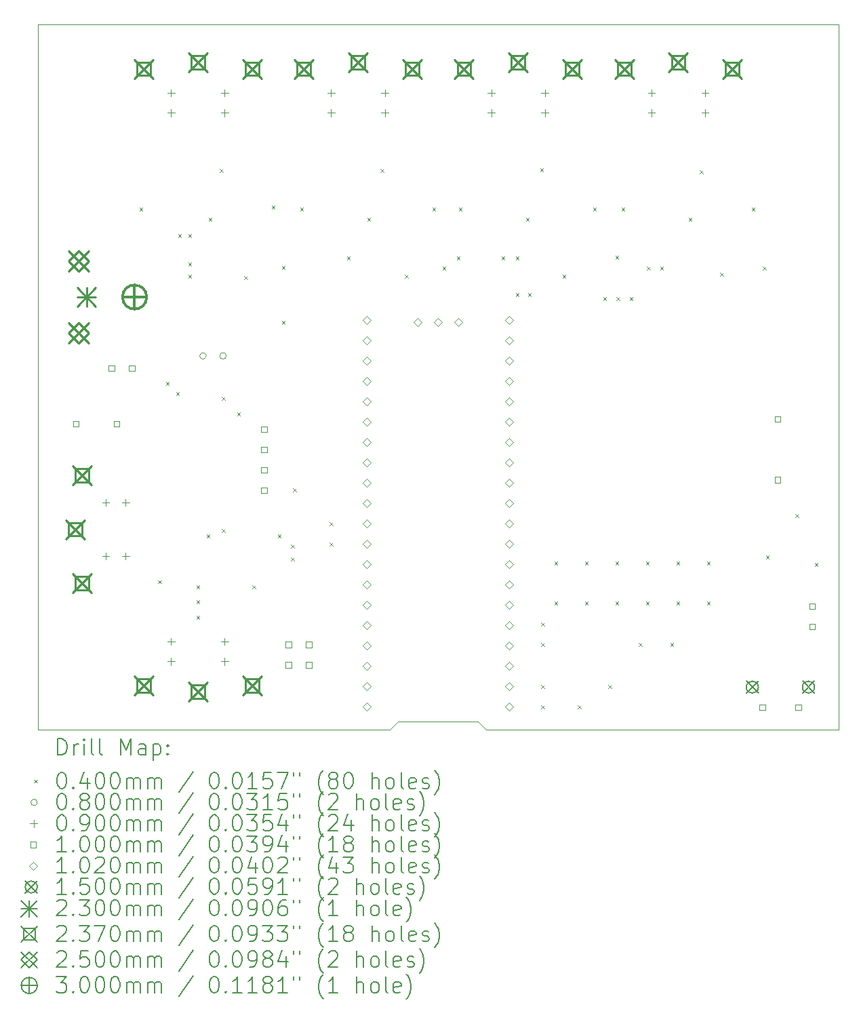
<source format=gbr>
%TF.GenerationSoftware,KiCad,Pcbnew,6.0.11+dfsg-1*%
%TF.CreationDate,2024-07-23T18:01:55-05:00*%
%TF.ProjectId,hootswitch,686f6f74-7377-4697-9463-682e6b696361,rev?*%
%TF.SameCoordinates,Original*%
%TF.FileFunction,Drillmap*%
%TF.FilePolarity,Positive*%
%FSLAX45Y45*%
G04 Gerber Fmt 4.5, Leading zero omitted, Abs format (unit mm)*
G04 Created by KiCad (PCBNEW 6.0.11+dfsg-1) date 2024-07-23 18:01:55*
%MOMM*%
%LPD*%
G01*
G04 APERTURE LIST*
%ADD10C,0.100000*%
%ADD11C,0.200000*%
%ADD12C,0.040000*%
%ADD13C,0.080000*%
%ADD14C,0.090000*%
%ADD15C,0.102000*%
%ADD16C,0.150000*%
%ADD17C,0.230000*%
%ADD18C,0.237000*%
%ADD19C,0.250000*%
%ADD20C,0.300000*%
G04 APERTURE END LIST*
D10*
X16000000Y-6000000D02*
X6000000Y-6000000D01*
X6000000Y-14800000D02*
X10400000Y-14800000D01*
X6000000Y-6000000D02*
X6000000Y-14800000D01*
X11500000Y-14700000D02*
X11600000Y-14800000D01*
X11600000Y-14800000D02*
X16000000Y-14800000D01*
X10400000Y-14800000D02*
X10500000Y-14700000D01*
X10500000Y-14700000D02*
X11500000Y-14700000D01*
X16000000Y-6000000D02*
X16000000Y-14800000D01*
D11*
D12*
X7269800Y-8285800D02*
X7309800Y-8325800D01*
X7309800Y-8285800D02*
X7269800Y-8325800D01*
X7503480Y-12936540D02*
X7543480Y-12976540D01*
X7543480Y-12936540D02*
X7503480Y-12976540D01*
X7600000Y-10457500D02*
X7640000Y-10497500D01*
X7640000Y-10457500D02*
X7600000Y-10497500D01*
X7727000Y-10584500D02*
X7767000Y-10624500D01*
X7767000Y-10584500D02*
X7727000Y-10624500D01*
X7752400Y-8616000D02*
X7792400Y-8656000D01*
X7792400Y-8616000D02*
X7752400Y-8656000D01*
X7878970Y-9124430D02*
X7918970Y-9164430D01*
X7918970Y-9124430D02*
X7878970Y-9164430D01*
X7879400Y-8616000D02*
X7919400Y-8656000D01*
X7919400Y-8616000D02*
X7879400Y-8656000D01*
X7879400Y-8971600D02*
X7919400Y-9011600D01*
X7919400Y-8971600D02*
X7879400Y-9011600D01*
X7981000Y-12997500D02*
X8021000Y-13037500D01*
X8021000Y-12997500D02*
X7981000Y-13037500D01*
X7981000Y-13188000D02*
X8021000Y-13228000D01*
X8021000Y-13188000D02*
X7981000Y-13228000D01*
X7981000Y-13378500D02*
X8021000Y-13418500D01*
X8021000Y-13378500D02*
X7981000Y-13418500D01*
X8108000Y-12362500D02*
X8148000Y-12402500D01*
X8148000Y-12362500D02*
X8108000Y-12402500D01*
X8133400Y-8412800D02*
X8173400Y-8452800D01*
X8173400Y-8412800D02*
X8133400Y-8452800D01*
X8273100Y-7803200D02*
X8313100Y-7843200D01*
X8313100Y-7803200D02*
X8273100Y-7843200D01*
X8298500Y-10648000D02*
X8338500Y-10688000D01*
X8338500Y-10648000D02*
X8298500Y-10688000D01*
X8298500Y-12299000D02*
X8338500Y-12339000D01*
X8338500Y-12299000D02*
X8298500Y-12339000D01*
X8489000Y-10838500D02*
X8529000Y-10878500D01*
X8529000Y-10838500D02*
X8489000Y-10878500D01*
X8577900Y-9136700D02*
X8617900Y-9176700D01*
X8617900Y-9136700D02*
X8577900Y-9176700D01*
X8679500Y-12997500D02*
X8719500Y-13037500D01*
X8719500Y-12997500D02*
X8679500Y-13037500D01*
X8920800Y-8260400D02*
X8960800Y-8300400D01*
X8960800Y-8260400D02*
X8920800Y-8300400D01*
X8997000Y-12362500D02*
X9037000Y-12402500D01*
X9037000Y-12362500D02*
X8997000Y-12402500D01*
X9047800Y-9009700D02*
X9087800Y-9049700D01*
X9087800Y-9009700D02*
X9047800Y-9049700D01*
X9047800Y-9695500D02*
X9087800Y-9735500D01*
X9087800Y-9695500D02*
X9047800Y-9735500D01*
X9162100Y-12489500D02*
X9202100Y-12529500D01*
X9202100Y-12489500D02*
X9162100Y-12529500D01*
X9162100Y-12654600D02*
X9202100Y-12694600D01*
X9202100Y-12654600D02*
X9162100Y-12694600D01*
X9187500Y-11791000D02*
X9227500Y-11831000D01*
X9227500Y-11791000D02*
X9187500Y-11831000D01*
X9276400Y-8285800D02*
X9316400Y-8325800D01*
X9316400Y-8285800D02*
X9276400Y-8325800D01*
X9644700Y-12210100D02*
X9684700Y-12250100D01*
X9684700Y-12210100D02*
X9644700Y-12250100D01*
X9644700Y-12464100D02*
X9684700Y-12504100D01*
X9684700Y-12464100D02*
X9644700Y-12504100D01*
X9860600Y-8895400D02*
X9900600Y-8935400D01*
X9900600Y-8895400D02*
X9860600Y-8935400D01*
X10114600Y-8412800D02*
X10154600Y-8452800D01*
X10154600Y-8412800D02*
X10114600Y-8452800D01*
X10279700Y-7803200D02*
X10319700Y-7843200D01*
X10319700Y-7803200D02*
X10279700Y-7843200D01*
X10584500Y-9124000D02*
X10624500Y-9164000D01*
X10624500Y-9124000D02*
X10584500Y-9164000D01*
X10927400Y-8285800D02*
X10967400Y-8325800D01*
X10967400Y-8285800D02*
X10927400Y-8325800D01*
X11054400Y-9022400D02*
X11094400Y-9062400D01*
X11094400Y-9022400D02*
X11054400Y-9062400D01*
X11232200Y-8895400D02*
X11272200Y-8935400D01*
X11272200Y-8895400D02*
X11232200Y-8935400D01*
X11257600Y-8285800D02*
X11297600Y-8325800D01*
X11297600Y-8285800D02*
X11257600Y-8325800D01*
X11791000Y-8895400D02*
X11831000Y-8935400D01*
X11831000Y-8895400D02*
X11791000Y-8935400D01*
X11968800Y-8895400D02*
X12008800Y-8935400D01*
X12008800Y-8895400D02*
X11968800Y-8935400D01*
X11968800Y-9352600D02*
X12008800Y-9392600D01*
X12008800Y-9352600D02*
X11968800Y-9392600D01*
X12095800Y-8412800D02*
X12135800Y-8452800D01*
X12135800Y-8412800D02*
X12095800Y-8452800D01*
X12121200Y-9352600D02*
X12161200Y-9392600D01*
X12161200Y-9352600D02*
X12121200Y-9392600D01*
X12273600Y-7790500D02*
X12313600Y-7830500D01*
X12313600Y-7790500D02*
X12273600Y-7830500D01*
X12286300Y-13467400D02*
X12326300Y-13507400D01*
X12326300Y-13467400D02*
X12286300Y-13507400D01*
X12286300Y-13721400D02*
X12326300Y-13761400D01*
X12326300Y-13721400D02*
X12286300Y-13761400D01*
X12286300Y-14242100D02*
X12326300Y-14282100D01*
X12326300Y-14242100D02*
X12286300Y-14282100D01*
X12286300Y-14496100D02*
X12326300Y-14536100D01*
X12326300Y-14496100D02*
X12286300Y-14536100D01*
X12451400Y-12705400D02*
X12491400Y-12745400D01*
X12491400Y-12705400D02*
X12451400Y-12745400D01*
X12451400Y-13200700D02*
X12491400Y-13240700D01*
X12491400Y-13200700D02*
X12451400Y-13240700D01*
X12553000Y-9124000D02*
X12593000Y-9164000D01*
X12593000Y-9124000D02*
X12553000Y-9164000D01*
X12743500Y-14496100D02*
X12783500Y-14536100D01*
X12783500Y-14496100D02*
X12743500Y-14536100D01*
X12832400Y-12705400D02*
X12872400Y-12745400D01*
X12872400Y-12705400D02*
X12832400Y-12745400D01*
X12832400Y-13200700D02*
X12872400Y-13240700D01*
X12872400Y-13200700D02*
X12832400Y-13240700D01*
X12934000Y-8285800D02*
X12974000Y-8325800D01*
X12974000Y-8285800D02*
X12934000Y-8325800D01*
X13061000Y-9403400D02*
X13101000Y-9443400D01*
X13101000Y-9403400D02*
X13061000Y-9443400D01*
X13124500Y-14242100D02*
X13164500Y-14282100D01*
X13164500Y-14242100D02*
X13124500Y-14282100D01*
X13213400Y-8882700D02*
X13253400Y-8922700D01*
X13253400Y-8882700D02*
X13213400Y-8922700D01*
X13213400Y-12705400D02*
X13253400Y-12745400D01*
X13253400Y-12705400D02*
X13213400Y-12745400D01*
X13213400Y-13200700D02*
X13253400Y-13240700D01*
X13253400Y-13200700D02*
X13213400Y-13240700D01*
X13226100Y-9403400D02*
X13266100Y-9443400D01*
X13266100Y-9403400D02*
X13226100Y-9443400D01*
X13289600Y-8285800D02*
X13329600Y-8325800D01*
X13329600Y-8285800D02*
X13289600Y-8325800D01*
X13391200Y-9403400D02*
X13431200Y-9443400D01*
X13431200Y-9403400D02*
X13391200Y-9443400D01*
X13505500Y-13721400D02*
X13545500Y-13761400D01*
X13545500Y-13721400D02*
X13505500Y-13761400D01*
X13594400Y-12705400D02*
X13634400Y-12745400D01*
X13634400Y-12705400D02*
X13594400Y-12745400D01*
X13594400Y-13200700D02*
X13634400Y-13240700D01*
X13634400Y-13200700D02*
X13594400Y-13240700D01*
X13607100Y-9022400D02*
X13647100Y-9062400D01*
X13647100Y-9022400D02*
X13607100Y-9062400D01*
X13772200Y-9022400D02*
X13812200Y-9062400D01*
X13812200Y-9022400D02*
X13772200Y-9062400D01*
X13899200Y-13721400D02*
X13939200Y-13761400D01*
X13939200Y-13721400D02*
X13899200Y-13761400D01*
X13975400Y-12705400D02*
X14015400Y-12745400D01*
X14015400Y-12705400D02*
X13975400Y-12745400D01*
X13975400Y-13200700D02*
X14015400Y-13240700D01*
X14015400Y-13200700D02*
X13975400Y-13240700D01*
X14127800Y-8412800D02*
X14167800Y-8452800D01*
X14167800Y-8412800D02*
X14127800Y-8452800D01*
X14267500Y-7815900D02*
X14307500Y-7855900D01*
X14307500Y-7815900D02*
X14267500Y-7855900D01*
X14356400Y-12705400D02*
X14396400Y-12745400D01*
X14396400Y-12705400D02*
X14356400Y-12745400D01*
X14356400Y-13200700D02*
X14396400Y-13240700D01*
X14396400Y-13200700D02*
X14356400Y-13240700D01*
X14521500Y-9098600D02*
X14561500Y-9138600D01*
X14561500Y-9098600D02*
X14521500Y-9138600D01*
X14915200Y-8285800D02*
X14955200Y-8325800D01*
X14955200Y-8285800D02*
X14915200Y-8325800D01*
X15054900Y-9022400D02*
X15094900Y-9062400D01*
X15094900Y-9022400D02*
X15054900Y-9062400D01*
X15093000Y-12629200D02*
X15133000Y-12669200D01*
X15133000Y-12629200D02*
X15093000Y-12669200D01*
X15461300Y-12108500D02*
X15501300Y-12148500D01*
X15501300Y-12108500D02*
X15461300Y-12148500D01*
X15702600Y-12718100D02*
X15742600Y-12758100D01*
X15742600Y-12718100D02*
X15702600Y-12758100D01*
D13*
X8104500Y-10134600D02*
G75*
G03*
X8104500Y-10134600I-40000J0D01*
G01*
X8354500Y-10134600D02*
G75*
G03*
X8354500Y-10134600I-40000J0D01*
G01*
D14*
X6850000Y-11920000D02*
X6850000Y-12010000D01*
X6805000Y-11965000D02*
X6895000Y-11965000D01*
X6850000Y-12590000D02*
X6850000Y-12680000D01*
X6805000Y-12635000D02*
X6895000Y-12635000D01*
X7100000Y-11920000D02*
X7100000Y-12010000D01*
X7055000Y-11965000D02*
X7145000Y-11965000D01*
X7100000Y-12590000D02*
X7100000Y-12680000D01*
X7055000Y-12635000D02*
X7145000Y-12635000D01*
X7665000Y-6805000D02*
X7665000Y-6895000D01*
X7620000Y-6850000D02*
X7710000Y-6850000D01*
X7665000Y-7055000D02*
X7665000Y-7145000D01*
X7620000Y-7100000D02*
X7710000Y-7100000D01*
X7665000Y-13655000D02*
X7665000Y-13745000D01*
X7620000Y-13700000D02*
X7710000Y-13700000D01*
X7665000Y-13905000D02*
X7665000Y-13995000D01*
X7620000Y-13950000D02*
X7710000Y-13950000D01*
X8335000Y-6805000D02*
X8335000Y-6895000D01*
X8290000Y-6850000D02*
X8380000Y-6850000D01*
X8335000Y-7055000D02*
X8335000Y-7145000D01*
X8290000Y-7100000D02*
X8380000Y-7100000D01*
X8335000Y-13655000D02*
X8335000Y-13745000D01*
X8290000Y-13700000D02*
X8380000Y-13700000D01*
X8335000Y-13905000D02*
X8335000Y-13995000D01*
X8290000Y-13950000D02*
X8380000Y-13950000D01*
X9665000Y-6805000D02*
X9665000Y-6895000D01*
X9620000Y-6850000D02*
X9710000Y-6850000D01*
X9665000Y-7055000D02*
X9665000Y-7145000D01*
X9620000Y-7100000D02*
X9710000Y-7100000D01*
X10335000Y-6805000D02*
X10335000Y-6895000D01*
X10290000Y-6850000D02*
X10380000Y-6850000D01*
X10335000Y-7055000D02*
X10335000Y-7145000D01*
X10290000Y-7100000D02*
X10380000Y-7100000D01*
X11665000Y-6805000D02*
X11665000Y-6895000D01*
X11620000Y-6850000D02*
X11710000Y-6850000D01*
X11665000Y-7055000D02*
X11665000Y-7145000D01*
X11620000Y-7100000D02*
X11710000Y-7100000D01*
X12335000Y-6805000D02*
X12335000Y-6895000D01*
X12290000Y-6850000D02*
X12380000Y-6850000D01*
X12335000Y-7055000D02*
X12335000Y-7145000D01*
X12290000Y-7100000D02*
X12380000Y-7100000D01*
X13665000Y-6805000D02*
X13665000Y-6895000D01*
X13620000Y-6850000D02*
X13710000Y-6850000D01*
X13665000Y-7055000D02*
X13665000Y-7145000D01*
X13620000Y-7100000D02*
X13710000Y-7100000D01*
X14335000Y-6805000D02*
X14335000Y-6895000D01*
X14290000Y-6850000D02*
X14380000Y-6850000D01*
X14335000Y-7055000D02*
X14335000Y-7145000D01*
X14290000Y-7100000D02*
X14380000Y-7100000D01*
D10*
X6512356Y-11020856D02*
X6512356Y-10950144D01*
X6441644Y-10950144D01*
X6441644Y-11020856D01*
X6512356Y-11020856D01*
X6956856Y-10322356D02*
X6956856Y-10251644D01*
X6886144Y-10251644D01*
X6886144Y-10322356D01*
X6956856Y-10322356D01*
X7020356Y-11020856D02*
X7020356Y-10950144D01*
X6949644Y-10950144D01*
X6949644Y-11020856D01*
X7020356Y-11020856D01*
X7210856Y-10322356D02*
X7210856Y-10251644D01*
X7140144Y-10251644D01*
X7140144Y-10322356D01*
X7210856Y-10322356D01*
X8861856Y-11084356D02*
X8861856Y-11013644D01*
X8791144Y-11013644D01*
X8791144Y-11084356D01*
X8861856Y-11084356D01*
X8861856Y-11338356D02*
X8861856Y-11267644D01*
X8791144Y-11267644D01*
X8791144Y-11338356D01*
X8861856Y-11338356D01*
X8861856Y-11592356D02*
X8861856Y-11521644D01*
X8791144Y-11521644D01*
X8791144Y-11592356D01*
X8861856Y-11592356D01*
X8861856Y-11846356D02*
X8861856Y-11775644D01*
X8791144Y-11775644D01*
X8791144Y-11846356D01*
X8861856Y-11846356D01*
X9167856Y-13774256D02*
X9167856Y-13703544D01*
X9097144Y-13703544D01*
X9097144Y-13774256D01*
X9167856Y-13774256D01*
X9167856Y-14028256D02*
X9167856Y-13957544D01*
X9097144Y-13957544D01*
X9097144Y-14028256D01*
X9167856Y-14028256D01*
X9421856Y-13774256D02*
X9421856Y-13703544D01*
X9351144Y-13703544D01*
X9351144Y-13774256D01*
X9421856Y-13774256D01*
X9421856Y-14028256D02*
X9421856Y-13957544D01*
X9351144Y-13957544D01*
X9351144Y-14028256D01*
X9421856Y-14028256D01*
X15085356Y-14555356D02*
X15085356Y-14484644D01*
X15014644Y-14484644D01*
X15014644Y-14555356D01*
X15085356Y-14555356D01*
X15275356Y-10958356D02*
X15275356Y-10887644D01*
X15204644Y-10887644D01*
X15204644Y-10958356D01*
X15275356Y-10958356D01*
X15275356Y-11718356D02*
X15275356Y-11647644D01*
X15204644Y-11647644D01*
X15204644Y-11718356D01*
X15275356Y-11718356D01*
X15535356Y-14555356D02*
X15535356Y-14484644D01*
X15464644Y-14484644D01*
X15464644Y-14555356D01*
X15535356Y-14555356D01*
X15707156Y-13293656D02*
X15707156Y-13222944D01*
X15636444Y-13222944D01*
X15636444Y-13293656D01*
X15707156Y-13293656D01*
X15707156Y-13547656D02*
X15707156Y-13476944D01*
X15636444Y-13476944D01*
X15636444Y-13547656D01*
X15707156Y-13547656D01*
D15*
X10111000Y-9738000D02*
X10162000Y-9687000D01*
X10111000Y-9636000D01*
X10060000Y-9687000D01*
X10111000Y-9738000D01*
X10111000Y-9992000D02*
X10162000Y-9941000D01*
X10111000Y-9890000D01*
X10060000Y-9941000D01*
X10111000Y-9992000D01*
X10111000Y-10246000D02*
X10162000Y-10195000D01*
X10111000Y-10144000D01*
X10060000Y-10195000D01*
X10111000Y-10246000D01*
X10111000Y-10500000D02*
X10162000Y-10449000D01*
X10111000Y-10398000D01*
X10060000Y-10449000D01*
X10111000Y-10500000D01*
X10111000Y-10754000D02*
X10162000Y-10703000D01*
X10111000Y-10652000D01*
X10060000Y-10703000D01*
X10111000Y-10754000D01*
X10111000Y-11008000D02*
X10162000Y-10957000D01*
X10111000Y-10906000D01*
X10060000Y-10957000D01*
X10111000Y-11008000D01*
X10111000Y-11262000D02*
X10162000Y-11211000D01*
X10111000Y-11160000D01*
X10060000Y-11211000D01*
X10111000Y-11262000D01*
X10111000Y-11516000D02*
X10162000Y-11465000D01*
X10111000Y-11414000D01*
X10060000Y-11465000D01*
X10111000Y-11516000D01*
X10111000Y-11770000D02*
X10162000Y-11719000D01*
X10111000Y-11668000D01*
X10060000Y-11719000D01*
X10111000Y-11770000D01*
X10111000Y-12024000D02*
X10162000Y-11973000D01*
X10111000Y-11922000D01*
X10060000Y-11973000D01*
X10111000Y-12024000D01*
X10111000Y-12278000D02*
X10162000Y-12227000D01*
X10111000Y-12176000D01*
X10060000Y-12227000D01*
X10111000Y-12278000D01*
X10111000Y-12532000D02*
X10162000Y-12481000D01*
X10111000Y-12430000D01*
X10060000Y-12481000D01*
X10111000Y-12532000D01*
X10111000Y-12786000D02*
X10162000Y-12735000D01*
X10111000Y-12684000D01*
X10060000Y-12735000D01*
X10111000Y-12786000D01*
X10111000Y-13040000D02*
X10162000Y-12989000D01*
X10111000Y-12938000D01*
X10060000Y-12989000D01*
X10111000Y-13040000D01*
X10111000Y-13294000D02*
X10162000Y-13243000D01*
X10111000Y-13192000D01*
X10060000Y-13243000D01*
X10111000Y-13294000D01*
X10111000Y-13548000D02*
X10162000Y-13497000D01*
X10111000Y-13446000D01*
X10060000Y-13497000D01*
X10111000Y-13548000D01*
X10111000Y-13802000D02*
X10162000Y-13751000D01*
X10111000Y-13700000D01*
X10060000Y-13751000D01*
X10111000Y-13802000D01*
X10111000Y-14056000D02*
X10162000Y-14005000D01*
X10111000Y-13954000D01*
X10060000Y-14005000D01*
X10111000Y-14056000D01*
X10111000Y-14310000D02*
X10162000Y-14259000D01*
X10111000Y-14208000D01*
X10060000Y-14259000D01*
X10111000Y-14310000D01*
X10111000Y-14564000D02*
X10162000Y-14513000D01*
X10111000Y-14462000D01*
X10060000Y-14513000D01*
X10111000Y-14564000D01*
X10746000Y-9761000D02*
X10797000Y-9710000D01*
X10746000Y-9659000D01*
X10695000Y-9710000D01*
X10746000Y-9761000D01*
X11000000Y-9761000D02*
X11051000Y-9710000D01*
X11000000Y-9659000D01*
X10949000Y-9710000D01*
X11000000Y-9761000D01*
X11254000Y-9761000D02*
X11305000Y-9710000D01*
X11254000Y-9659000D01*
X11203000Y-9710000D01*
X11254000Y-9761000D01*
X11889000Y-9738000D02*
X11940000Y-9687000D01*
X11889000Y-9636000D01*
X11838000Y-9687000D01*
X11889000Y-9738000D01*
X11889000Y-9992000D02*
X11940000Y-9941000D01*
X11889000Y-9890000D01*
X11838000Y-9941000D01*
X11889000Y-9992000D01*
X11889000Y-10246000D02*
X11940000Y-10195000D01*
X11889000Y-10144000D01*
X11838000Y-10195000D01*
X11889000Y-10246000D01*
X11889000Y-10500000D02*
X11940000Y-10449000D01*
X11889000Y-10398000D01*
X11838000Y-10449000D01*
X11889000Y-10500000D01*
X11889000Y-10754000D02*
X11940000Y-10703000D01*
X11889000Y-10652000D01*
X11838000Y-10703000D01*
X11889000Y-10754000D01*
X11889000Y-11008000D02*
X11940000Y-10957000D01*
X11889000Y-10906000D01*
X11838000Y-10957000D01*
X11889000Y-11008000D01*
X11889000Y-11262000D02*
X11940000Y-11211000D01*
X11889000Y-11160000D01*
X11838000Y-11211000D01*
X11889000Y-11262000D01*
X11889000Y-11516000D02*
X11940000Y-11465000D01*
X11889000Y-11414000D01*
X11838000Y-11465000D01*
X11889000Y-11516000D01*
X11889000Y-11770000D02*
X11940000Y-11719000D01*
X11889000Y-11668000D01*
X11838000Y-11719000D01*
X11889000Y-11770000D01*
X11889000Y-12024000D02*
X11940000Y-11973000D01*
X11889000Y-11922000D01*
X11838000Y-11973000D01*
X11889000Y-12024000D01*
X11889000Y-12278000D02*
X11940000Y-12227000D01*
X11889000Y-12176000D01*
X11838000Y-12227000D01*
X11889000Y-12278000D01*
X11889000Y-12532000D02*
X11940000Y-12481000D01*
X11889000Y-12430000D01*
X11838000Y-12481000D01*
X11889000Y-12532000D01*
X11889000Y-12786000D02*
X11940000Y-12735000D01*
X11889000Y-12684000D01*
X11838000Y-12735000D01*
X11889000Y-12786000D01*
X11889000Y-13040000D02*
X11940000Y-12989000D01*
X11889000Y-12938000D01*
X11838000Y-12989000D01*
X11889000Y-13040000D01*
X11889000Y-13294000D02*
X11940000Y-13243000D01*
X11889000Y-13192000D01*
X11838000Y-13243000D01*
X11889000Y-13294000D01*
X11889000Y-13548000D02*
X11940000Y-13497000D01*
X11889000Y-13446000D01*
X11838000Y-13497000D01*
X11889000Y-13548000D01*
X11889000Y-13802000D02*
X11940000Y-13751000D01*
X11889000Y-13700000D01*
X11838000Y-13751000D01*
X11889000Y-13802000D01*
X11889000Y-14056000D02*
X11940000Y-14005000D01*
X11889000Y-13954000D01*
X11838000Y-14005000D01*
X11889000Y-14056000D01*
X11889000Y-14310000D02*
X11940000Y-14259000D01*
X11889000Y-14208000D01*
X11838000Y-14259000D01*
X11889000Y-14310000D01*
X11889000Y-14564000D02*
X11940000Y-14513000D01*
X11889000Y-14462000D01*
X11838000Y-14513000D01*
X11889000Y-14564000D01*
D16*
X14850000Y-14195000D02*
X15000000Y-14345000D01*
X15000000Y-14195000D02*
X14850000Y-14345000D01*
X15000000Y-14270000D02*
G75*
G03*
X15000000Y-14270000I-75000J0D01*
G01*
X15550000Y-14195000D02*
X15700000Y-14345000D01*
X15700000Y-14195000D02*
X15550000Y-14345000D01*
X15700000Y-14270000D02*
G75*
G03*
X15700000Y-14270000I-75000J0D01*
G01*
D17*
X6495000Y-9285000D02*
X6725000Y-9515000D01*
X6725000Y-9285000D02*
X6495000Y-9515000D01*
X6610000Y-9285000D02*
X6610000Y-9515000D01*
X6495000Y-9400000D02*
X6725000Y-9400000D01*
D18*
X6351500Y-12181500D02*
X6588500Y-12418500D01*
X6588500Y-12181500D02*
X6351500Y-12418500D01*
X6553793Y-12383793D02*
X6553793Y-12216207D01*
X6386207Y-12216207D01*
X6386207Y-12383793D01*
X6553793Y-12383793D01*
X6432500Y-11505500D02*
X6669500Y-11742500D01*
X6669500Y-11505500D02*
X6432500Y-11742500D01*
X6634793Y-11707793D02*
X6634793Y-11540207D01*
X6467207Y-11540207D01*
X6467207Y-11707793D01*
X6634793Y-11707793D01*
X6432500Y-12857500D02*
X6669500Y-13094500D01*
X6669500Y-12857500D02*
X6432500Y-13094500D01*
X6634793Y-13059793D02*
X6634793Y-12892207D01*
X6467207Y-12892207D01*
X6467207Y-13059793D01*
X6634793Y-13059793D01*
X7205500Y-6432500D02*
X7442500Y-6669500D01*
X7442500Y-6432500D02*
X7205500Y-6669500D01*
X7407793Y-6634793D02*
X7407793Y-6467207D01*
X7240207Y-6467207D01*
X7240207Y-6634793D01*
X7407793Y-6634793D01*
X7205500Y-14130500D02*
X7442500Y-14367500D01*
X7442500Y-14130500D02*
X7205500Y-14367500D01*
X7407793Y-14332793D02*
X7407793Y-14165207D01*
X7240207Y-14165207D01*
X7240207Y-14332793D01*
X7407793Y-14332793D01*
X7881500Y-6351500D02*
X8118500Y-6588500D01*
X8118500Y-6351500D02*
X7881500Y-6588500D01*
X8083793Y-6553793D02*
X8083793Y-6386207D01*
X7916207Y-6386207D01*
X7916207Y-6553793D01*
X8083793Y-6553793D01*
X7881500Y-14211500D02*
X8118500Y-14448500D01*
X8118500Y-14211500D02*
X7881500Y-14448500D01*
X8083793Y-14413793D02*
X8083793Y-14246207D01*
X7916207Y-14246207D01*
X7916207Y-14413793D01*
X8083793Y-14413793D01*
X8557500Y-6432500D02*
X8794500Y-6669500D01*
X8794500Y-6432500D02*
X8557500Y-6669500D01*
X8759793Y-6634793D02*
X8759793Y-6467207D01*
X8592207Y-6467207D01*
X8592207Y-6634793D01*
X8759793Y-6634793D01*
X8557500Y-14130500D02*
X8794500Y-14367500D01*
X8794500Y-14130500D02*
X8557500Y-14367500D01*
X8759793Y-14332793D02*
X8759793Y-14165207D01*
X8592207Y-14165207D01*
X8592207Y-14332793D01*
X8759793Y-14332793D01*
X9205500Y-6432500D02*
X9442500Y-6669500D01*
X9442500Y-6432500D02*
X9205500Y-6669500D01*
X9407793Y-6634793D02*
X9407793Y-6467207D01*
X9240207Y-6467207D01*
X9240207Y-6634793D01*
X9407793Y-6634793D01*
X9881500Y-6351500D02*
X10118500Y-6588500D01*
X10118500Y-6351500D02*
X9881500Y-6588500D01*
X10083793Y-6553793D02*
X10083793Y-6386207D01*
X9916207Y-6386207D01*
X9916207Y-6553793D01*
X10083793Y-6553793D01*
X10557500Y-6432500D02*
X10794500Y-6669500D01*
X10794500Y-6432500D02*
X10557500Y-6669500D01*
X10759793Y-6634793D02*
X10759793Y-6467207D01*
X10592207Y-6467207D01*
X10592207Y-6634793D01*
X10759793Y-6634793D01*
X11205500Y-6432500D02*
X11442500Y-6669500D01*
X11442500Y-6432500D02*
X11205500Y-6669500D01*
X11407793Y-6634793D02*
X11407793Y-6467207D01*
X11240207Y-6467207D01*
X11240207Y-6634793D01*
X11407793Y-6634793D01*
X11881500Y-6351500D02*
X12118500Y-6588500D01*
X12118500Y-6351500D02*
X11881500Y-6588500D01*
X12083793Y-6553793D02*
X12083793Y-6386207D01*
X11916207Y-6386207D01*
X11916207Y-6553793D01*
X12083793Y-6553793D01*
X12557500Y-6432500D02*
X12794500Y-6669500D01*
X12794500Y-6432500D02*
X12557500Y-6669500D01*
X12759793Y-6634793D02*
X12759793Y-6467207D01*
X12592207Y-6467207D01*
X12592207Y-6634793D01*
X12759793Y-6634793D01*
X13205500Y-6432500D02*
X13442500Y-6669500D01*
X13442500Y-6432500D02*
X13205500Y-6669500D01*
X13407793Y-6634793D02*
X13407793Y-6467207D01*
X13240207Y-6467207D01*
X13240207Y-6634793D01*
X13407793Y-6634793D01*
X13881500Y-6351500D02*
X14118500Y-6588500D01*
X14118500Y-6351500D02*
X13881500Y-6588500D01*
X14083793Y-6553793D02*
X14083793Y-6386207D01*
X13916207Y-6386207D01*
X13916207Y-6553793D01*
X14083793Y-6553793D01*
X14557500Y-6432500D02*
X14794500Y-6669500D01*
X14794500Y-6432500D02*
X14557500Y-6669500D01*
X14759793Y-6634793D02*
X14759793Y-6467207D01*
X14592207Y-6467207D01*
X14592207Y-6634793D01*
X14759793Y-6634793D01*
D19*
X6385000Y-8825000D02*
X6635000Y-9075000D01*
X6635000Y-8825000D02*
X6385000Y-9075000D01*
X6510000Y-9075000D02*
X6635000Y-8950000D01*
X6510000Y-8825000D01*
X6385000Y-8950000D01*
X6510000Y-9075000D01*
X6385000Y-9725000D02*
X6635000Y-9975000D01*
X6635000Y-9725000D02*
X6385000Y-9975000D01*
X6510000Y-9975000D02*
X6635000Y-9850000D01*
X6510000Y-9725000D01*
X6385000Y-9850000D01*
X6510000Y-9975000D01*
D20*
X7210000Y-9250000D02*
X7210000Y-9550000D01*
X7060000Y-9400000D02*
X7360000Y-9400000D01*
X7360000Y-9400000D02*
G75*
G03*
X7360000Y-9400000I-150000J0D01*
G01*
D11*
X6252619Y-15115476D02*
X6252619Y-14915476D01*
X6300238Y-14915476D01*
X6328809Y-14925000D01*
X6347857Y-14944048D01*
X6357381Y-14963095D01*
X6366905Y-15001190D01*
X6366905Y-15029762D01*
X6357381Y-15067857D01*
X6347857Y-15086905D01*
X6328809Y-15105952D01*
X6300238Y-15115476D01*
X6252619Y-15115476D01*
X6452619Y-15115476D02*
X6452619Y-14982143D01*
X6452619Y-15020238D02*
X6462143Y-15001190D01*
X6471667Y-14991667D01*
X6490714Y-14982143D01*
X6509762Y-14982143D01*
X6576428Y-15115476D02*
X6576428Y-14982143D01*
X6576428Y-14915476D02*
X6566905Y-14925000D01*
X6576428Y-14934524D01*
X6585952Y-14925000D01*
X6576428Y-14915476D01*
X6576428Y-14934524D01*
X6700238Y-15115476D02*
X6681190Y-15105952D01*
X6671667Y-15086905D01*
X6671667Y-14915476D01*
X6805000Y-15115476D02*
X6785952Y-15105952D01*
X6776428Y-15086905D01*
X6776428Y-14915476D01*
X7033571Y-15115476D02*
X7033571Y-14915476D01*
X7100238Y-15058333D01*
X7166905Y-14915476D01*
X7166905Y-15115476D01*
X7347857Y-15115476D02*
X7347857Y-15010714D01*
X7338333Y-14991667D01*
X7319286Y-14982143D01*
X7281190Y-14982143D01*
X7262143Y-14991667D01*
X7347857Y-15105952D02*
X7328809Y-15115476D01*
X7281190Y-15115476D01*
X7262143Y-15105952D01*
X7252619Y-15086905D01*
X7252619Y-15067857D01*
X7262143Y-15048809D01*
X7281190Y-15039286D01*
X7328809Y-15039286D01*
X7347857Y-15029762D01*
X7443095Y-14982143D02*
X7443095Y-15182143D01*
X7443095Y-14991667D02*
X7462143Y-14982143D01*
X7500238Y-14982143D01*
X7519286Y-14991667D01*
X7528809Y-15001190D01*
X7538333Y-15020238D01*
X7538333Y-15077381D01*
X7528809Y-15096428D01*
X7519286Y-15105952D01*
X7500238Y-15115476D01*
X7462143Y-15115476D01*
X7443095Y-15105952D01*
X7624048Y-15096428D02*
X7633571Y-15105952D01*
X7624048Y-15115476D01*
X7614524Y-15105952D01*
X7624048Y-15096428D01*
X7624048Y-15115476D01*
X7624048Y-14991667D02*
X7633571Y-15001190D01*
X7624048Y-15010714D01*
X7614524Y-15001190D01*
X7624048Y-14991667D01*
X7624048Y-15010714D01*
D12*
X5955000Y-15425000D02*
X5995000Y-15465000D01*
X5995000Y-15425000D02*
X5955000Y-15465000D01*
D11*
X6290714Y-15335476D02*
X6309762Y-15335476D01*
X6328809Y-15345000D01*
X6338333Y-15354524D01*
X6347857Y-15373571D01*
X6357381Y-15411667D01*
X6357381Y-15459286D01*
X6347857Y-15497381D01*
X6338333Y-15516428D01*
X6328809Y-15525952D01*
X6309762Y-15535476D01*
X6290714Y-15535476D01*
X6271667Y-15525952D01*
X6262143Y-15516428D01*
X6252619Y-15497381D01*
X6243095Y-15459286D01*
X6243095Y-15411667D01*
X6252619Y-15373571D01*
X6262143Y-15354524D01*
X6271667Y-15345000D01*
X6290714Y-15335476D01*
X6443095Y-15516428D02*
X6452619Y-15525952D01*
X6443095Y-15535476D01*
X6433571Y-15525952D01*
X6443095Y-15516428D01*
X6443095Y-15535476D01*
X6624048Y-15402143D02*
X6624048Y-15535476D01*
X6576428Y-15325952D02*
X6528809Y-15468809D01*
X6652619Y-15468809D01*
X6766905Y-15335476D02*
X6785952Y-15335476D01*
X6805000Y-15345000D01*
X6814524Y-15354524D01*
X6824048Y-15373571D01*
X6833571Y-15411667D01*
X6833571Y-15459286D01*
X6824048Y-15497381D01*
X6814524Y-15516428D01*
X6805000Y-15525952D01*
X6785952Y-15535476D01*
X6766905Y-15535476D01*
X6747857Y-15525952D01*
X6738333Y-15516428D01*
X6728809Y-15497381D01*
X6719286Y-15459286D01*
X6719286Y-15411667D01*
X6728809Y-15373571D01*
X6738333Y-15354524D01*
X6747857Y-15345000D01*
X6766905Y-15335476D01*
X6957381Y-15335476D02*
X6976428Y-15335476D01*
X6995476Y-15345000D01*
X7005000Y-15354524D01*
X7014524Y-15373571D01*
X7024048Y-15411667D01*
X7024048Y-15459286D01*
X7014524Y-15497381D01*
X7005000Y-15516428D01*
X6995476Y-15525952D01*
X6976428Y-15535476D01*
X6957381Y-15535476D01*
X6938333Y-15525952D01*
X6928809Y-15516428D01*
X6919286Y-15497381D01*
X6909762Y-15459286D01*
X6909762Y-15411667D01*
X6919286Y-15373571D01*
X6928809Y-15354524D01*
X6938333Y-15345000D01*
X6957381Y-15335476D01*
X7109762Y-15535476D02*
X7109762Y-15402143D01*
X7109762Y-15421190D02*
X7119286Y-15411667D01*
X7138333Y-15402143D01*
X7166905Y-15402143D01*
X7185952Y-15411667D01*
X7195476Y-15430714D01*
X7195476Y-15535476D01*
X7195476Y-15430714D02*
X7205000Y-15411667D01*
X7224048Y-15402143D01*
X7252619Y-15402143D01*
X7271667Y-15411667D01*
X7281190Y-15430714D01*
X7281190Y-15535476D01*
X7376428Y-15535476D02*
X7376428Y-15402143D01*
X7376428Y-15421190D02*
X7385952Y-15411667D01*
X7405000Y-15402143D01*
X7433571Y-15402143D01*
X7452619Y-15411667D01*
X7462143Y-15430714D01*
X7462143Y-15535476D01*
X7462143Y-15430714D02*
X7471667Y-15411667D01*
X7490714Y-15402143D01*
X7519286Y-15402143D01*
X7538333Y-15411667D01*
X7547857Y-15430714D01*
X7547857Y-15535476D01*
X7938333Y-15325952D02*
X7766905Y-15583095D01*
X8195476Y-15335476D02*
X8214524Y-15335476D01*
X8233571Y-15345000D01*
X8243095Y-15354524D01*
X8252619Y-15373571D01*
X8262143Y-15411667D01*
X8262143Y-15459286D01*
X8252619Y-15497381D01*
X8243095Y-15516428D01*
X8233571Y-15525952D01*
X8214524Y-15535476D01*
X8195476Y-15535476D01*
X8176428Y-15525952D01*
X8166905Y-15516428D01*
X8157381Y-15497381D01*
X8147857Y-15459286D01*
X8147857Y-15411667D01*
X8157381Y-15373571D01*
X8166905Y-15354524D01*
X8176428Y-15345000D01*
X8195476Y-15335476D01*
X8347857Y-15516428D02*
X8357381Y-15525952D01*
X8347857Y-15535476D01*
X8338333Y-15525952D01*
X8347857Y-15516428D01*
X8347857Y-15535476D01*
X8481190Y-15335476D02*
X8500238Y-15335476D01*
X8519286Y-15345000D01*
X8528810Y-15354524D01*
X8538333Y-15373571D01*
X8547857Y-15411667D01*
X8547857Y-15459286D01*
X8538333Y-15497381D01*
X8528810Y-15516428D01*
X8519286Y-15525952D01*
X8500238Y-15535476D01*
X8481190Y-15535476D01*
X8462143Y-15525952D01*
X8452619Y-15516428D01*
X8443095Y-15497381D01*
X8433571Y-15459286D01*
X8433571Y-15411667D01*
X8443095Y-15373571D01*
X8452619Y-15354524D01*
X8462143Y-15345000D01*
X8481190Y-15335476D01*
X8738333Y-15535476D02*
X8624048Y-15535476D01*
X8681190Y-15535476D02*
X8681190Y-15335476D01*
X8662143Y-15364048D01*
X8643095Y-15383095D01*
X8624048Y-15392619D01*
X8919286Y-15335476D02*
X8824048Y-15335476D01*
X8814524Y-15430714D01*
X8824048Y-15421190D01*
X8843095Y-15411667D01*
X8890714Y-15411667D01*
X8909762Y-15421190D01*
X8919286Y-15430714D01*
X8928810Y-15449762D01*
X8928810Y-15497381D01*
X8919286Y-15516428D01*
X8909762Y-15525952D01*
X8890714Y-15535476D01*
X8843095Y-15535476D01*
X8824048Y-15525952D01*
X8814524Y-15516428D01*
X8995476Y-15335476D02*
X9128810Y-15335476D01*
X9043095Y-15535476D01*
X9195476Y-15335476D02*
X9195476Y-15373571D01*
X9271667Y-15335476D02*
X9271667Y-15373571D01*
X9566905Y-15611667D02*
X9557381Y-15602143D01*
X9538333Y-15573571D01*
X9528810Y-15554524D01*
X9519286Y-15525952D01*
X9509762Y-15478333D01*
X9509762Y-15440238D01*
X9519286Y-15392619D01*
X9528810Y-15364048D01*
X9538333Y-15345000D01*
X9557381Y-15316428D01*
X9566905Y-15306905D01*
X9671667Y-15421190D02*
X9652619Y-15411667D01*
X9643095Y-15402143D01*
X9633571Y-15383095D01*
X9633571Y-15373571D01*
X9643095Y-15354524D01*
X9652619Y-15345000D01*
X9671667Y-15335476D01*
X9709762Y-15335476D01*
X9728810Y-15345000D01*
X9738333Y-15354524D01*
X9747857Y-15373571D01*
X9747857Y-15383095D01*
X9738333Y-15402143D01*
X9728810Y-15411667D01*
X9709762Y-15421190D01*
X9671667Y-15421190D01*
X9652619Y-15430714D01*
X9643095Y-15440238D01*
X9633571Y-15459286D01*
X9633571Y-15497381D01*
X9643095Y-15516428D01*
X9652619Y-15525952D01*
X9671667Y-15535476D01*
X9709762Y-15535476D01*
X9728810Y-15525952D01*
X9738333Y-15516428D01*
X9747857Y-15497381D01*
X9747857Y-15459286D01*
X9738333Y-15440238D01*
X9728810Y-15430714D01*
X9709762Y-15421190D01*
X9871667Y-15335476D02*
X9890714Y-15335476D01*
X9909762Y-15345000D01*
X9919286Y-15354524D01*
X9928810Y-15373571D01*
X9938333Y-15411667D01*
X9938333Y-15459286D01*
X9928810Y-15497381D01*
X9919286Y-15516428D01*
X9909762Y-15525952D01*
X9890714Y-15535476D01*
X9871667Y-15535476D01*
X9852619Y-15525952D01*
X9843095Y-15516428D01*
X9833571Y-15497381D01*
X9824048Y-15459286D01*
X9824048Y-15411667D01*
X9833571Y-15373571D01*
X9843095Y-15354524D01*
X9852619Y-15345000D01*
X9871667Y-15335476D01*
X10176429Y-15535476D02*
X10176429Y-15335476D01*
X10262143Y-15535476D02*
X10262143Y-15430714D01*
X10252619Y-15411667D01*
X10233571Y-15402143D01*
X10205000Y-15402143D01*
X10185952Y-15411667D01*
X10176429Y-15421190D01*
X10385952Y-15535476D02*
X10366905Y-15525952D01*
X10357381Y-15516428D01*
X10347857Y-15497381D01*
X10347857Y-15440238D01*
X10357381Y-15421190D01*
X10366905Y-15411667D01*
X10385952Y-15402143D01*
X10414524Y-15402143D01*
X10433571Y-15411667D01*
X10443095Y-15421190D01*
X10452619Y-15440238D01*
X10452619Y-15497381D01*
X10443095Y-15516428D01*
X10433571Y-15525952D01*
X10414524Y-15535476D01*
X10385952Y-15535476D01*
X10566905Y-15535476D02*
X10547857Y-15525952D01*
X10538333Y-15506905D01*
X10538333Y-15335476D01*
X10719286Y-15525952D02*
X10700238Y-15535476D01*
X10662143Y-15535476D01*
X10643095Y-15525952D01*
X10633571Y-15506905D01*
X10633571Y-15430714D01*
X10643095Y-15411667D01*
X10662143Y-15402143D01*
X10700238Y-15402143D01*
X10719286Y-15411667D01*
X10728810Y-15430714D01*
X10728810Y-15449762D01*
X10633571Y-15468809D01*
X10805000Y-15525952D02*
X10824048Y-15535476D01*
X10862143Y-15535476D01*
X10881190Y-15525952D01*
X10890714Y-15506905D01*
X10890714Y-15497381D01*
X10881190Y-15478333D01*
X10862143Y-15468809D01*
X10833571Y-15468809D01*
X10814524Y-15459286D01*
X10805000Y-15440238D01*
X10805000Y-15430714D01*
X10814524Y-15411667D01*
X10833571Y-15402143D01*
X10862143Y-15402143D01*
X10881190Y-15411667D01*
X10957381Y-15611667D02*
X10966905Y-15602143D01*
X10985952Y-15573571D01*
X10995476Y-15554524D01*
X11005000Y-15525952D01*
X11014524Y-15478333D01*
X11014524Y-15440238D01*
X11005000Y-15392619D01*
X10995476Y-15364048D01*
X10985952Y-15345000D01*
X10966905Y-15316428D01*
X10957381Y-15306905D01*
D13*
X5995000Y-15709000D02*
G75*
G03*
X5995000Y-15709000I-40000J0D01*
G01*
D11*
X6290714Y-15599476D02*
X6309762Y-15599476D01*
X6328809Y-15609000D01*
X6338333Y-15618524D01*
X6347857Y-15637571D01*
X6357381Y-15675667D01*
X6357381Y-15723286D01*
X6347857Y-15761381D01*
X6338333Y-15780428D01*
X6328809Y-15789952D01*
X6309762Y-15799476D01*
X6290714Y-15799476D01*
X6271667Y-15789952D01*
X6262143Y-15780428D01*
X6252619Y-15761381D01*
X6243095Y-15723286D01*
X6243095Y-15675667D01*
X6252619Y-15637571D01*
X6262143Y-15618524D01*
X6271667Y-15609000D01*
X6290714Y-15599476D01*
X6443095Y-15780428D02*
X6452619Y-15789952D01*
X6443095Y-15799476D01*
X6433571Y-15789952D01*
X6443095Y-15780428D01*
X6443095Y-15799476D01*
X6566905Y-15685190D02*
X6547857Y-15675667D01*
X6538333Y-15666143D01*
X6528809Y-15647095D01*
X6528809Y-15637571D01*
X6538333Y-15618524D01*
X6547857Y-15609000D01*
X6566905Y-15599476D01*
X6605000Y-15599476D01*
X6624048Y-15609000D01*
X6633571Y-15618524D01*
X6643095Y-15637571D01*
X6643095Y-15647095D01*
X6633571Y-15666143D01*
X6624048Y-15675667D01*
X6605000Y-15685190D01*
X6566905Y-15685190D01*
X6547857Y-15694714D01*
X6538333Y-15704238D01*
X6528809Y-15723286D01*
X6528809Y-15761381D01*
X6538333Y-15780428D01*
X6547857Y-15789952D01*
X6566905Y-15799476D01*
X6605000Y-15799476D01*
X6624048Y-15789952D01*
X6633571Y-15780428D01*
X6643095Y-15761381D01*
X6643095Y-15723286D01*
X6633571Y-15704238D01*
X6624048Y-15694714D01*
X6605000Y-15685190D01*
X6766905Y-15599476D02*
X6785952Y-15599476D01*
X6805000Y-15609000D01*
X6814524Y-15618524D01*
X6824048Y-15637571D01*
X6833571Y-15675667D01*
X6833571Y-15723286D01*
X6824048Y-15761381D01*
X6814524Y-15780428D01*
X6805000Y-15789952D01*
X6785952Y-15799476D01*
X6766905Y-15799476D01*
X6747857Y-15789952D01*
X6738333Y-15780428D01*
X6728809Y-15761381D01*
X6719286Y-15723286D01*
X6719286Y-15675667D01*
X6728809Y-15637571D01*
X6738333Y-15618524D01*
X6747857Y-15609000D01*
X6766905Y-15599476D01*
X6957381Y-15599476D02*
X6976428Y-15599476D01*
X6995476Y-15609000D01*
X7005000Y-15618524D01*
X7014524Y-15637571D01*
X7024048Y-15675667D01*
X7024048Y-15723286D01*
X7014524Y-15761381D01*
X7005000Y-15780428D01*
X6995476Y-15789952D01*
X6976428Y-15799476D01*
X6957381Y-15799476D01*
X6938333Y-15789952D01*
X6928809Y-15780428D01*
X6919286Y-15761381D01*
X6909762Y-15723286D01*
X6909762Y-15675667D01*
X6919286Y-15637571D01*
X6928809Y-15618524D01*
X6938333Y-15609000D01*
X6957381Y-15599476D01*
X7109762Y-15799476D02*
X7109762Y-15666143D01*
X7109762Y-15685190D02*
X7119286Y-15675667D01*
X7138333Y-15666143D01*
X7166905Y-15666143D01*
X7185952Y-15675667D01*
X7195476Y-15694714D01*
X7195476Y-15799476D01*
X7195476Y-15694714D02*
X7205000Y-15675667D01*
X7224048Y-15666143D01*
X7252619Y-15666143D01*
X7271667Y-15675667D01*
X7281190Y-15694714D01*
X7281190Y-15799476D01*
X7376428Y-15799476D02*
X7376428Y-15666143D01*
X7376428Y-15685190D02*
X7385952Y-15675667D01*
X7405000Y-15666143D01*
X7433571Y-15666143D01*
X7452619Y-15675667D01*
X7462143Y-15694714D01*
X7462143Y-15799476D01*
X7462143Y-15694714D02*
X7471667Y-15675667D01*
X7490714Y-15666143D01*
X7519286Y-15666143D01*
X7538333Y-15675667D01*
X7547857Y-15694714D01*
X7547857Y-15799476D01*
X7938333Y-15589952D02*
X7766905Y-15847095D01*
X8195476Y-15599476D02*
X8214524Y-15599476D01*
X8233571Y-15609000D01*
X8243095Y-15618524D01*
X8252619Y-15637571D01*
X8262143Y-15675667D01*
X8262143Y-15723286D01*
X8252619Y-15761381D01*
X8243095Y-15780428D01*
X8233571Y-15789952D01*
X8214524Y-15799476D01*
X8195476Y-15799476D01*
X8176428Y-15789952D01*
X8166905Y-15780428D01*
X8157381Y-15761381D01*
X8147857Y-15723286D01*
X8147857Y-15675667D01*
X8157381Y-15637571D01*
X8166905Y-15618524D01*
X8176428Y-15609000D01*
X8195476Y-15599476D01*
X8347857Y-15780428D02*
X8357381Y-15789952D01*
X8347857Y-15799476D01*
X8338333Y-15789952D01*
X8347857Y-15780428D01*
X8347857Y-15799476D01*
X8481190Y-15599476D02*
X8500238Y-15599476D01*
X8519286Y-15609000D01*
X8528810Y-15618524D01*
X8538333Y-15637571D01*
X8547857Y-15675667D01*
X8547857Y-15723286D01*
X8538333Y-15761381D01*
X8528810Y-15780428D01*
X8519286Y-15789952D01*
X8500238Y-15799476D01*
X8481190Y-15799476D01*
X8462143Y-15789952D01*
X8452619Y-15780428D01*
X8443095Y-15761381D01*
X8433571Y-15723286D01*
X8433571Y-15675667D01*
X8443095Y-15637571D01*
X8452619Y-15618524D01*
X8462143Y-15609000D01*
X8481190Y-15599476D01*
X8614524Y-15599476D02*
X8738333Y-15599476D01*
X8671667Y-15675667D01*
X8700238Y-15675667D01*
X8719286Y-15685190D01*
X8728810Y-15694714D01*
X8738333Y-15713762D01*
X8738333Y-15761381D01*
X8728810Y-15780428D01*
X8719286Y-15789952D01*
X8700238Y-15799476D01*
X8643095Y-15799476D01*
X8624048Y-15789952D01*
X8614524Y-15780428D01*
X8928810Y-15799476D02*
X8814524Y-15799476D01*
X8871667Y-15799476D02*
X8871667Y-15599476D01*
X8852619Y-15628048D01*
X8833571Y-15647095D01*
X8814524Y-15656619D01*
X9109762Y-15599476D02*
X9014524Y-15599476D01*
X9005000Y-15694714D01*
X9014524Y-15685190D01*
X9033571Y-15675667D01*
X9081190Y-15675667D01*
X9100238Y-15685190D01*
X9109762Y-15694714D01*
X9119286Y-15713762D01*
X9119286Y-15761381D01*
X9109762Y-15780428D01*
X9100238Y-15789952D01*
X9081190Y-15799476D01*
X9033571Y-15799476D01*
X9014524Y-15789952D01*
X9005000Y-15780428D01*
X9195476Y-15599476D02*
X9195476Y-15637571D01*
X9271667Y-15599476D02*
X9271667Y-15637571D01*
X9566905Y-15875667D02*
X9557381Y-15866143D01*
X9538333Y-15837571D01*
X9528810Y-15818524D01*
X9519286Y-15789952D01*
X9509762Y-15742333D01*
X9509762Y-15704238D01*
X9519286Y-15656619D01*
X9528810Y-15628048D01*
X9538333Y-15609000D01*
X9557381Y-15580428D01*
X9566905Y-15570905D01*
X9633571Y-15618524D02*
X9643095Y-15609000D01*
X9662143Y-15599476D01*
X9709762Y-15599476D01*
X9728810Y-15609000D01*
X9738333Y-15618524D01*
X9747857Y-15637571D01*
X9747857Y-15656619D01*
X9738333Y-15685190D01*
X9624048Y-15799476D01*
X9747857Y-15799476D01*
X9985952Y-15799476D02*
X9985952Y-15599476D01*
X10071667Y-15799476D02*
X10071667Y-15694714D01*
X10062143Y-15675667D01*
X10043095Y-15666143D01*
X10014524Y-15666143D01*
X9995476Y-15675667D01*
X9985952Y-15685190D01*
X10195476Y-15799476D02*
X10176429Y-15789952D01*
X10166905Y-15780428D01*
X10157381Y-15761381D01*
X10157381Y-15704238D01*
X10166905Y-15685190D01*
X10176429Y-15675667D01*
X10195476Y-15666143D01*
X10224048Y-15666143D01*
X10243095Y-15675667D01*
X10252619Y-15685190D01*
X10262143Y-15704238D01*
X10262143Y-15761381D01*
X10252619Y-15780428D01*
X10243095Y-15789952D01*
X10224048Y-15799476D01*
X10195476Y-15799476D01*
X10376429Y-15799476D02*
X10357381Y-15789952D01*
X10347857Y-15770905D01*
X10347857Y-15599476D01*
X10528810Y-15789952D02*
X10509762Y-15799476D01*
X10471667Y-15799476D01*
X10452619Y-15789952D01*
X10443095Y-15770905D01*
X10443095Y-15694714D01*
X10452619Y-15675667D01*
X10471667Y-15666143D01*
X10509762Y-15666143D01*
X10528810Y-15675667D01*
X10538333Y-15694714D01*
X10538333Y-15713762D01*
X10443095Y-15732809D01*
X10614524Y-15789952D02*
X10633571Y-15799476D01*
X10671667Y-15799476D01*
X10690714Y-15789952D01*
X10700238Y-15770905D01*
X10700238Y-15761381D01*
X10690714Y-15742333D01*
X10671667Y-15732809D01*
X10643095Y-15732809D01*
X10624048Y-15723286D01*
X10614524Y-15704238D01*
X10614524Y-15694714D01*
X10624048Y-15675667D01*
X10643095Y-15666143D01*
X10671667Y-15666143D01*
X10690714Y-15675667D01*
X10766905Y-15875667D02*
X10776429Y-15866143D01*
X10795476Y-15837571D01*
X10805000Y-15818524D01*
X10814524Y-15789952D01*
X10824048Y-15742333D01*
X10824048Y-15704238D01*
X10814524Y-15656619D01*
X10805000Y-15628048D01*
X10795476Y-15609000D01*
X10776429Y-15580428D01*
X10766905Y-15570905D01*
D14*
X5950000Y-15928000D02*
X5950000Y-16018000D01*
X5905000Y-15973000D02*
X5995000Y-15973000D01*
D11*
X6290714Y-15863476D02*
X6309762Y-15863476D01*
X6328809Y-15873000D01*
X6338333Y-15882524D01*
X6347857Y-15901571D01*
X6357381Y-15939667D01*
X6357381Y-15987286D01*
X6347857Y-16025381D01*
X6338333Y-16044428D01*
X6328809Y-16053952D01*
X6309762Y-16063476D01*
X6290714Y-16063476D01*
X6271667Y-16053952D01*
X6262143Y-16044428D01*
X6252619Y-16025381D01*
X6243095Y-15987286D01*
X6243095Y-15939667D01*
X6252619Y-15901571D01*
X6262143Y-15882524D01*
X6271667Y-15873000D01*
X6290714Y-15863476D01*
X6443095Y-16044428D02*
X6452619Y-16053952D01*
X6443095Y-16063476D01*
X6433571Y-16053952D01*
X6443095Y-16044428D01*
X6443095Y-16063476D01*
X6547857Y-16063476D02*
X6585952Y-16063476D01*
X6605000Y-16053952D01*
X6614524Y-16044428D01*
X6633571Y-16015857D01*
X6643095Y-15977762D01*
X6643095Y-15901571D01*
X6633571Y-15882524D01*
X6624048Y-15873000D01*
X6605000Y-15863476D01*
X6566905Y-15863476D01*
X6547857Y-15873000D01*
X6538333Y-15882524D01*
X6528809Y-15901571D01*
X6528809Y-15949190D01*
X6538333Y-15968238D01*
X6547857Y-15977762D01*
X6566905Y-15987286D01*
X6605000Y-15987286D01*
X6624048Y-15977762D01*
X6633571Y-15968238D01*
X6643095Y-15949190D01*
X6766905Y-15863476D02*
X6785952Y-15863476D01*
X6805000Y-15873000D01*
X6814524Y-15882524D01*
X6824048Y-15901571D01*
X6833571Y-15939667D01*
X6833571Y-15987286D01*
X6824048Y-16025381D01*
X6814524Y-16044428D01*
X6805000Y-16053952D01*
X6785952Y-16063476D01*
X6766905Y-16063476D01*
X6747857Y-16053952D01*
X6738333Y-16044428D01*
X6728809Y-16025381D01*
X6719286Y-15987286D01*
X6719286Y-15939667D01*
X6728809Y-15901571D01*
X6738333Y-15882524D01*
X6747857Y-15873000D01*
X6766905Y-15863476D01*
X6957381Y-15863476D02*
X6976428Y-15863476D01*
X6995476Y-15873000D01*
X7005000Y-15882524D01*
X7014524Y-15901571D01*
X7024048Y-15939667D01*
X7024048Y-15987286D01*
X7014524Y-16025381D01*
X7005000Y-16044428D01*
X6995476Y-16053952D01*
X6976428Y-16063476D01*
X6957381Y-16063476D01*
X6938333Y-16053952D01*
X6928809Y-16044428D01*
X6919286Y-16025381D01*
X6909762Y-15987286D01*
X6909762Y-15939667D01*
X6919286Y-15901571D01*
X6928809Y-15882524D01*
X6938333Y-15873000D01*
X6957381Y-15863476D01*
X7109762Y-16063476D02*
X7109762Y-15930143D01*
X7109762Y-15949190D02*
X7119286Y-15939667D01*
X7138333Y-15930143D01*
X7166905Y-15930143D01*
X7185952Y-15939667D01*
X7195476Y-15958714D01*
X7195476Y-16063476D01*
X7195476Y-15958714D02*
X7205000Y-15939667D01*
X7224048Y-15930143D01*
X7252619Y-15930143D01*
X7271667Y-15939667D01*
X7281190Y-15958714D01*
X7281190Y-16063476D01*
X7376428Y-16063476D02*
X7376428Y-15930143D01*
X7376428Y-15949190D02*
X7385952Y-15939667D01*
X7405000Y-15930143D01*
X7433571Y-15930143D01*
X7452619Y-15939667D01*
X7462143Y-15958714D01*
X7462143Y-16063476D01*
X7462143Y-15958714D02*
X7471667Y-15939667D01*
X7490714Y-15930143D01*
X7519286Y-15930143D01*
X7538333Y-15939667D01*
X7547857Y-15958714D01*
X7547857Y-16063476D01*
X7938333Y-15853952D02*
X7766905Y-16111095D01*
X8195476Y-15863476D02*
X8214524Y-15863476D01*
X8233571Y-15873000D01*
X8243095Y-15882524D01*
X8252619Y-15901571D01*
X8262143Y-15939667D01*
X8262143Y-15987286D01*
X8252619Y-16025381D01*
X8243095Y-16044428D01*
X8233571Y-16053952D01*
X8214524Y-16063476D01*
X8195476Y-16063476D01*
X8176428Y-16053952D01*
X8166905Y-16044428D01*
X8157381Y-16025381D01*
X8147857Y-15987286D01*
X8147857Y-15939667D01*
X8157381Y-15901571D01*
X8166905Y-15882524D01*
X8176428Y-15873000D01*
X8195476Y-15863476D01*
X8347857Y-16044428D02*
X8357381Y-16053952D01*
X8347857Y-16063476D01*
X8338333Y-16053952D01*
X8347857Y-16044428D01*
X8347857Y-16063476D01*
X8481190Y-15863476D02*
X8500238Y-15863476D01*
X8519286Y-15873000D01*
X8528810Y-15882524D01*
X8538333Y-15901571D01*
X8547857Y-15939667D01*
X8547857Y-15987286D01*
X8538333Y-16025381D01*
X8528810Y-16044428D01*
X8519286Y-16053952D01*
X8500238Y-16063476D01*
X8481190Y-16063476D01*
X8462143Y-16053952D01*
X8452619Y-16044428D01*
X8443095Y-16025381D01*
X8433571Y-15987286D01*
X8433571Y-15939667D01*
X8443095Y-15901571D01*
X8452619Y-15882524D01*
X8462143Y-15873000D01*
X8481190Y-15863476D01*
X8614524Y-15863476D02*
X8738333Y-15863476D01*
X8671667Y-15939667D01*
X8700238Y-15939667D01*
X8719286Y-15949190D01*
X8728810Y-15958714D01*
X8738333Y-15977762D01*
X8738333Y-16025381D01*
X8728810Y-16044428D01*
X8719286Y-16053952D01*
X8700238Y-16063476D01*
X8643095Y-16063476D01*
X8624048Y-16053952D01*
X8614524Y-16044428D01*
X8919286Y-15863476D02*
X8824048Y-15863476D01*
X8814524Y-15958714D01*
X8824048Y-15949190D01*
X8843095Y-15939667D01*
X8890714Y-15939667D01*
X8909762Y-15949190D01*
X8919286Y-15958714D01*
X8928810Y-15977762D01*
X8928810Y-16025381D01*
X8919286Y-16044428D01*
X8909762Y-16053952D01*
X8890714Y-16063476D01*
X8843095Y-16063476D01*
X8824048Y-16053952D01*
X8814524Y-16044428D01*
X9100238Y-15930143D02*
X9100238Y-16063476D01*
X9052619Y-15853952D02*
X9005000Y-15996809D01*
X9128810Y-15996809D01*
X9195476Y-15863476D02*
X9195476Y-15901571D01*
X9271667Y-15863476D02*
X9271667Y-15901571D01*
X9566905Y-16139667D02*
X9557381Y-16130143D01*
X9538333Y-16101571D01*
X9528810Y-16082524D01*
X9519286Y-16053952D01*
X9509762Y-16006333D01*
X9509762Y-15968238D01*
X9519286Y-15920619D01*
X9528810Y-15892048D01*
X9538333Y-15873000D01*
X9557381Y-15844428D01*
X9566905Y-15834905D01*
X9633571Y-15882524D02*
X9643095Y-15873000D01*
X9662143Y-15863476D01*
X9709762Y-15863476D01*
X9728810Y-15873000D01*
X9738333Y-15882524D01*
X9747857Y-15901571D01*
X9747857Y-15920619D01*
X9738333Y-15949190D01*
X9624048Y-16063476D01*
X9747857Y-16063476D01*
X9919286Y-15930143D02*
X9919286Y-16063476D01*
X9871667Y-15853952D02*
X9824048Y-15996809D01*
X9947857Y-15996809D01*
X10176429Y-16063476D02*
X10176429Y-15863476D01*
X10262143Y-16063476D02*
X10262143Y-15958714D01*
X10252619Y-15939667D01*
X10233571Y-15930143D01*
X10205000Y-15930143D01*
X10185952Y-15939667D01*
X10176429Y-15949190D01*
X10385952Y-16063476D02*
X10366905Y-16053952D01*
X10357381Y-16044428D01*
X10347857Y-16025381D01*
X10347857Y-15968238D01*
X10357381Y-15949190D01*
X10366905Y-15939667D01*
X10385952Y-15930143D01*
X10414524Y-15930143D01*
X10433571Y-15939667D01*
X10443095Y-15949190D01*
X10452619Y-15968238D01*
X10452619Y-16025381D01*
X10443095Y-16044428D01*
X10433571Y-16053952D01*
X10414524Y-16063476D01*
X10385952Y-16063476D01*
X10566905Y-16063476D02*
X10547857Y-16053952D01*
X10538333Y-16034905D01*
X10538333Y-15863476D01*
X10719286Y-16053952D02*
X10700238Y-16063476D01*
X10662143Y-16063476D01*
X10643095Y-16053952D01*
X10633571Y-16034905D01*
X10633571Y-15958714D01*
X10643095Y-15939667D01*
X10662143Y-15930143D01*
X10700238Y-15930143D01*
X10719286Y-15939667D01*
X10728810Y-15958714D01*
X10728810Y-15977762D01*
X10633571Y-15996809D01*
X10805000Y-16053952D02*
X10824048Y-16063476D01*
X10862143Y-16063476D01*
X10881190Y-16053952D01*
X10890714Y-16034905D01*
X10890714Y-16025381D01*
X10881190Y-16006333D01*
X10862143Y-15996809D01*
X10833571Y-15996809D01*
X10814524Y-15987286D01*
X10805000Y-15968238D01*
X10805000Y-15958714D01*
X10814524Y-15939667D01*
X10833571Y-15930143D01*
X10862143Y-15930143D01*
X10881190Y-15939667D01*
X10957381Y-16139667D02*
X10966905Y-16130143D01*
X10985952Y-16101571D01*
X10995476Y-16082524D01*
X11005000Y-16053952D01*
X11014524Y-16006333D01*
X11014524Y-15968238D01*
X11005000Y-15920619D01*
X10995476Y-15892048D01*
X10985952Y-15873000D01*
X10966905Y-15844428D01*
X10957381Y-15834905D01*
D10*
X5980356Y-16272356D02*
X5980356Y-16201644D01*
X5909644Y-16201644D01*
X5909644Y-16272356D01*
X5980356Y-16272356D01*
D11*
X6357381Y-16327476D02*
X6243095Y-16327476D01*
X6300238Y-16327476D02*
X6300238Y-16127476D01*
X6281190Y-16156048D01*
X6262143Y-16175095D01*
X6243095Y-16184619D01*
X6443095Y-16308428D02*
X6452619Y-16317952D01*
X6443095Y-16327476D01*
X6433571Y-16317952D01*
X6443095Y-16308428D01*
X6443095Y-16327476D01*
X6576428Y-16127476D02*
X6595476Y-16127476D01*
X6614524Y-16137000D01*
X6624048Y-16146524D01*
X6633571Y-16165571D01*
X6643095Y-16203667D01*
X6643095Y-16251286D01*
X6633571Y-16289381D01*
X6624048Y-16308428D01*
X6614524Y-16317952D01*
X6595476Y-16327476D01*
X6576428Y-16327476D01*
X6557381Y-16317952D01*
X6547857Y-16308428D01*
X6538333Y-16289381D01*
X6528809Y-16251286D01*
X6528809Y-16203667D01*
X6538333Y-16165571D01*
X6547857Y-16146524D01*
X6557381Y-16137000D01*
X6576428Y-16127476D01*
X6766905Y-16127476D02*
X6785952Y-16127476D01*
X6805000Y-16137000D01*
X6814524Y-16146524D01*
X6824048Y-16165571D01*
X6833571Y-16203667D01*
X6833571Y-16251286D01*
X6824048Y-16289381D01*
X6814524Y-16308428D01*
X6805000Y-16317952D01*
X6785952Y-16327476D01*
X6766905Y-16327476D01*
X6747857Y-16317952D01*
X6738333Y-16308428D01*
X6728809Y-16289381D01*
X6719286Y-16251286D01*
X6719286Y-16203667D01*
X6728809Y-16165571D01*
X6738333Y-16146524D01*
X6747857Y-16137000D01*
X6766905Y-16127476D01*
X6957381Y-16127476D02*
X6976428Y-16127476D01*
X6995476Y-16137000D01*
X7005000Y-16146524D01*
X7014524Y-16165571D01*
X7024048Y-16203667D01*
X7024048Y-16251286D01*
X7014524Y-16289381D01*
X7005000Y-16308428D01*
X6995476Y-16317952D01*
X6976428Y-16327476D01*
X6957381Y-16327476D01*
X6938333Y-16317952D01*
X6928809Y-16308428D01*
X6919286Y-16289381D01*
X6909762Y-16251286D01*
X6909762Y-16203667D01*
X6919286Y-16165571D01*
X6928809Y-16146524D01*
X6938333Y-16137000D01*
X6957381Y-16127476D01*
X7109762Y-16327476D02*
X7109762Y-16194143D01*
X7109762Y-16213190D02*
X7119286Y-16203667D01*
X7138333Y-16194143D01*
X7166905Y-16194143D01*
X7185952Y-16203667D01*
X7195476Y-16222714D01*
X7195476Y-16327476D01*
X7195476Y-16222714D02*
X7205000Y-16203667D01*
X7224048Y-16194143D01*
X7252619Y-16194143D01*
X7271667Y-16203667D01*
X7281190Y-16222714D01*
X7281190Y-16327476D01*
X7376428Y-16327476D02*
X7376428Y-16194143D01*
X7376428Y-16213190D02*
X7385952Y-16203667D01*
X7405000Y-16194143D01*
X7433571Y-16194143D01*
X7452619Y-16203667D01*
X7462143Y-16222714D01*
X7462143Y-16327476D01*
X7462143Y-16222714D02*
X7471667Y-16203667D01*
X7490714Y-16194143D01*
X7519286Y-16194143D01*
X7538333Y-16203667D01*
X7547857Y-16222714D01*
X7547857Y-16327476D01*
X7938333Y-16117952D02*
X7766905Y-16375095D01*
X8195476Y-16127476D02*
X8214524Y-16127476D01*
X8233571Y-16137000D01*
X8243095Y-16146524D01*
X8252619Y-16165571D01*
X8262143Y-16203667D01*
X8262143Y-16251286D01*
X8252619Y-16289381D01*
X8243095Y-16308428D01*
X8233571Y-16317952D01*
X8214524Y-16327476D01*
X8195476Y-16327476D01*
X8176428Y-16317952D01*
X8166905Y-16308428D01*
X8157381Y-16289381D01*
X8147857Y-16251286D01*
X8147857Y-16203667D01*
X8157381Y-16165571D01*
X8166905Y-16146524D01*
X8176428Y-16137000D01*
X8195476Y-16127476D01*
X8347857Y-16308428D02*
X8357381Y-16317952D01*
X8347857Y-16327476D01*
X8338333Y-16317952D01*
X8347857Y-16308428D01*
X8347857Y-16327476D01*
X8481190Y-16127476D02*
X8500238Y-16127476D01*
X8519286Y-16137000D01*
X8528810Y-16146524D01*
X8538333Y-16165571D01*
X8547857Y-16203667D01*
X8547857Y-16251286D01*
X8538333Y-16289381D01*
X8528810Y-16308428D01*
X8519286Y-16317952D01*
X8500238Y-16327476D01*
X8481190Y-16327476D01*
X8462143Y-16317952D01*
X8452619Y-16308428D01*
X8443095Y-16289381D01*
X8433571Y-16251286D01*
X8433571Y-16203667D01*
X8443095Y-16165571D01*
X8452619Y-16146524D01*
X8462143Y-16137000D01*
X8481190Y-16127476D01*
X8614524Y-16127476D02*
X8738333Y-16127476D01*
X8671667Y-16203667D01*
X8700238Y-16203667D01*
X8719286Y-16213190D01*
X8728810Y-16222714D01*
X8738333Y-16241762D01*
X8738333Y-16289381D01*
X8728810Y-16308428D01*
X8719286Y-16317952D01*
X8700238Y-16327476D01*
X8643095Y-16327476D01*
X8624048Y-16317952D01*
X8614524Y-16308428D01*
X8833571Y-16327476D02*
X8871667Y-16327476D01*
X8890714Y-16317952D01*
X8900238Y-16308428D01*
X8919286Y-16279857D01*
X8928810Y-16241762D01*
X8928810Y-16165571D01*
X8919286Y-16146524D01*
X8909762Y-16137000D01*
X8890714Y-16127476D01*
X8852619Y-16127476D01*
X8833571Y-16137000D01*
X8824048Y-16146524D01*
X8814524Y-16165571D01*
X8814524Y-16213190D01*
X8824048Y-16232238D01*
X8833571Y-16241762D01*
X8852619Y-16251286D01*
X8890714Y-16251286D01*
X8909762Y-16241762D01*
X8919286Y-16232238D01*
X8928810Y-16213190D01*
X9100238Y-16194143D02*
X9100238Y-16327476D01*
X9052619Y-16117952D02*
X9005000Y-16260809D01*
X9128810Y-16260809D01*
X9195476Y-16127476D02*
X9195476Y-16165571D01*
X9271667Y-16127476D02*
X9271667Y-16165571D01*
X9566905Y-16403667D02*
X9557381Y-16394143D01*
X9538333Y-16365571D01*
X9528810Y-16346524D01*
X9519286Y-16317952D01*
X9509762Y-16270333D01*
X9509762Y-16232238D01*
X9519286Y-16184619D01*
X9528810Y-16156048D01*
X9538333Y-16137000D01*
X9557381Y-16108428D01*
X9566905Y-16098905D01*
X9747857Y-16327476D02*
X9633571Y-16327476D01*
X9690714Y-16327476D02*
X9690714Y-16127476D01*
X9671667Y-16156048D01*
X9652619Y-16175095D01*
X9633571Y-16184619D01*
X9862143Y-16213190D02*
X9843095Y-16203667D01*
X9833571Y-16194143D01*
X9824048Y-16175095D01*
X9824048Y-16165571D01*
X9833571Y-16146524D01*
X9843095Y-16137000D01*
X9862143Y-16127476D01*
X9900238Y-16127476D01*
X9919286Y-16137000D01*
X9928810Y-16146524D01*
X9938333Y-16165571D01*
X9938333Y-16175095D01*
X9928810Y-16194143D01*
X9919286Y-16203667D01*
X9900238Y-16213190D01*
X9862143Y-16213190D01*
X9843095Y-16222714D01*
X9833571Y-16232238D01*
X9824048Y-16251286D01*
X9824048Y-16289381D01*
X9833571Y-16308428D01*
X9843095Y-16317952D01*
X9862143Y-16327476D01*
X9900238Y-16327476D01*
X9919286Y-16317952D01*
X9928810Y-16308428D01*
X9938333Y-16289381D01*
X9938333Y-16251286D01*
X9928810Y-16232238D01*
X9919286Y-16222714D01*
X9900238Y-16213190D01*
X10176429Y-16327476D02*
X10176429Y-16127476D01*
X10262143Y-16327476D02*
X10262143Y-16222714D01*
X10252619Y-16203667D01*
X10233571Y-16194143D01*
X10205000Y-16194143D01*
X10185952Y-16203667D01*
X10176429Y-16213190D01*
X10385952Y-16327476D02*
X10366905Y-16317952D01*
X10357381Y-16308428D01*
X10347857Y-16289381D01*
X10347857Y-16232238D01*
X10357381Y-16213190D01*
X10366905Y-16203667D01*
X10385952Y-16194143D01*
X10414524Y-16194143D01*
X10433571Y-16203667D01*
X10443095Y-16213190D01*
X10452619Y-16232238D01*
X10452619Y-16289381D01*
X10443095Y-16308428D01*
X10433571Y-16317952D01*
X10414524Y-16327476D01*
X10385952Y-16327476D01*
X10566905Y-16327476D02*
X10547857Y-16317952D01*
X10538333Y-16298905D01*
X10538333Y-16127476D01*
X10719286Y-16317952D02*
X10700238Y-16327476D01*
X10662143Y-16327476D01*
X10643095Y-16317952D01*
X10633571Y-16298905D01*
X10633571Y-16222714D01*
X10643095Y-16203667D01*
X10662143Y-16194143D01*
X10700238Y-16194143D01*
X10719286Y-16203667D01*
X10728810Y-16222714D01*
X10728810Y-16241762D01*
X10633571Y-16260809D01*
X10805000Y-16317952D02*
X10824048Y-16327476D01*
X10862143Y-16327476D01*
X10881190Y-16317952D01*
X10890714Y-16298905D01*
X10890714Y-16289381D01*
X10881190Y-16270333D01*
X10862143Y-16260809D01*
X10833571Y-16260809D01*
X10814524Y-16251286D01*
X10805000Y-16232238D01*
X10805000Y-16222714D01*
X10814524Y-16203667D01*
X10833571Y-16194143D01*
X10862143Y-16194143D01*
X10881190Y-16203667D01*
X10957381Y-16403667D02*
X10966905Y-16394143D01*
X10985952Y-16365571D01*
X10995476Y-16346524D01*
X11005000Y-16317952D01*
X11014524Y-16270333D01*
X11014524Y-16232238D01*
X11005000Y-16184619D01*
X10995476Y-16156048D01*
X10985952Y-16137000D01*
X10966905Y-16108428D01*
X10957381Y-16098905D01*
D15*
X5944000Y-16552000D02*
X5995000Y-16501000D01*
X5944000Y-16450000D01*
X5893000Y-16501000D01*
X5944000Y-16552000D01*
D11*
X6357381Y-16591476D02*
X6243095Y-16591476D01*
X6300238Y-16591476D02*
X6300238Y-16391476D01*
X6281190Y-16420048D01*
X6262143Y-16439095D01*
X6243095Y-16448619D01*
X6443095Y-16572428D02*
X6452619Y-16581952D01*
X6443095Y-16591476D01*
X6433571Y-16581952D01*
X6443095Y-16572428D01*
X6443095Y-16591476D01*
X6576428Y-16391476D02*
X6595476Y-16391476D01*
X6614524Y-16401000D01*
X6624048Y-16410524D01*
X6633571Y-16429571D01*
X6643095Y-16467667D01*
X6643095Y-16515286D01*
X6633571Y-16553381D01*
X6624048Y-16572428D01*
X6614524Y-16581952D01*
X6595476Y-16591476D01*
X6576428Y-16591476D01*
X6557381Y-16581952D01*
X6547857Y-16572428D01*
X6538333Y-16553381D01*
X6528809Y-16515286D01*
X6528809Y-16467667D01*
X6538333Y-16429571D01*
X6547857Y-16410524D01*
X6557381Y-16401000D01*
X6576428Y-16391476D01*
X6719286Y-16410524D02*
X6728809Y-16401000D01*
X6747857Y-16391476D01*
X6795476Y-16391476D01*
X6814524Y-16401000D01*
X6824048Y-16410524D01*
X6833571Y-16429571D01*
X6833571Y-16448619D01*
X6824048Y-16477190D01*
X6709762Y-16591476D01*
X6833571Y-16591476D01*
X6957381Y-16391476D02*
X6976428Y-16391476D01*
X6995476Y-16401000D01*
X7005000Y-16410524D01*
X7014524Y-16429571D01*
X7024048Y-16467667D01*
X7024048Y-16515286D01*
X7014524Y-16553381D01*
X7005000Y-16572428D01*
X6995476Y-16581952D01*
X6976428Y-16591476D01*
X6957381Y-16591476D01*
X6938333Y-16581952D01*
X6928809Y-16572428D01*
X6919286Y-16553381D01*
X6909762Y-16515286D01*
X6909762Y-16467667D01*
X6919286Y-16429571D01*
X6928809Y-16410524D01*
X6938333Y-16401000D01*
X6957381Y-16391476D01*
X7109762Y-16591476D02*
X7109762Y-16458143D01*
X7109762Y-16477190D02*
X7119286Y-16467667D01*
X7138333Y-16458143D01*
X7166905Y-16458143D01*
X7185952Y-16467667D01*
X7195476Y-16486714D01*
X7195476Y-16591476D01*
X7195476Y-16486714D02*
X7205000Y-16467667D01*
X7224048Y-16458143D01*
X7252619Y-16458143D01*
X7271667Y-16467667D01*
X7281190Y-16486714D01*
X7281190Y-16591476D01*
X7376428Y-16591476D02*
X7376428Y-16458143D01*
X7376428Y-16477190D02*
X7385952Y-16467667D01*
X7405000Y-16458143D01*
X7433571Y-16458143D01*
X7452619Y-16467667D01*
X7462143Y-16486714D01*
X7462143Y-16591476D01*
X7462143Y-16486714D02*
X7471667Y-16467667D01*
X7490714Y-16458143D01*
X7519286Y-16458143D01*
X7538333Y-16467667D01*
X7547857Y-16486714D01*
X7547857Y-16591476D01*
X7938333Y-16381952D02*
X7766905Y-16639095D01*
X8195476Y-16391476D02*
X8214524Y-16391476D01*
X8233571Y-16401000D01*
X8243095Y-16410524D01*
X8252619Y-16429571D01*
X8262143Y-16467667D01*
X8262143Y-16515286D01*
X8252619Y-16553381D01*
X8243095Y-16572428D01*
X8233571Y-16581952D01*
X8214524Y-16591476D01*
X8195476Y-16591476D01*
X8176428Y-16581952D01*
X8166905Y-16572428D01*
X8157381Y-16553381D01*
X8147857Y-16515286D01*
X8147857Y-16467667D01*
X8157381Y-16429571D01*
X8166905Y-16410524D01*
X8176428Y-16401000D01*
X8195476Y-16391476D01*
X8347857Y-16572428D02*
X8357381Y-16581952D01*
X8347857Y-16591476D01*
X8338333Y-16581952D01*
X8347857Y-16572428D01*
X8347857Y-16591476D01*
X8481190Y-16391476D02*
X8500238Y-16391476D01*
X8519286Y-16401000D01*
X8528810Y-16410524D01*
X8538333Y-16429571D01*
X8547857Y-16467667D01*
X8547857Y-16515286D01*
X8538333Y-16553381D01*
X8528810Y-16572428D01*
X8519286Y-16581952D01*
X8500238Y-16591476D01*
X8481190Y-16591476D01*
X8462143Y-16581952D01*
X8452619Y-16572428D01*
X8443095Y-16553381D01*
X8433571Y-16515286D01*
X8433571Y-16467667D01*
X8443095Y-16429571D01*
X8452619Y-16410524D01*
X8462143Y-16401000D01*
X8481190Y-16391476D01*
X8719286Y-16458143D02*
X8719286Y-16591476D01*
X8671667Y-16381952D02*
X8624048Y-16524809D01*
X8747857Y-16524809D01*
X8862143Y-16391476D02*
X8881190Y-16391476D01*
X8900238Y-16401000D01*
X8909762Y-16410524D01*
X8919286Y-16429571D01*
X8928810Y-16467667D01*
X8928810Y-16515286D01*
X8919286Y-16553381D01*
X8909762Y-16572428D01*
X8900238Y-16581952D01*
X8881190Y-16591476D01*
X8862143Y-16591476D01*
X8843095Y-16581952D01*
X8833571Y-16572428D01*
X8824048Y-16553381D01*
X8814524Y-16515286D01*
X8814524Y-16467667D01*
X8824048Y-16429571D01*
X8833571Y-16410524D01*
X8843095Y-16401000D01*
X8862143Y-16391476D01*
X9005000Y-16410524D02*
X9014524Y-16401000D01*
X9033571Y-16391476D01*
X9081190Y-16391476D01*
X9100238Y-16401000D01*
X9109762Y-16410524D01*
X9119286Y-16429571D01*
X9119286Y-16448619D01*
X9109762Y-16477190D01*
X8995476Y-16591476D01*
X9119286Y-16591476D01*
X9195476Y-16391476D02*
X9195476Y-16429571D01*
X9271667Y-16391476D02*
X9271667Y-16429571D01*
X9566905Y-16667667D02*
X9557381Y-16658143D01*
X9538333Y-16629571D01*
X9528810Y-16610524D01*
X9519286Y-16581952D01*
X9509762Y-16534333D01*
X9509762Y-16496238D01*
X9519286Y-16448619D01*
X9528810Y-16420048D01*
X9538333Y-16401000D01*
X9557381Y-16372428D01*
X9566905Y-16362905D01*
X9728810Y-16458143D02*
X9728810Y-16591476D01*
X9681190Y-16381952D02*
X9633571Y-16524809D01*
X9757381Y-16524809D01*
X9814524Y-16391476D02*
X9938333Y-16391476D01*
X9871667Y-16467667D01*
X9900238Y-16467667D01*
X9919286Y-16477190D01*
X9928810Y-16486714D01*
X9938333Y-16505762D01*
X9938333Y-16553381D01*
X9928810Y-16572428D01*
X9919286Y-16581952D01*
X9900238Y-16591476D01*
X9843095Y-16591476D01*
X9824048Y-16581952D01*
X9814524Y-16572428D01*
X10176429Y-16591476D02*
X10176429Y-16391476D01*
X10262143Y-16591476D02*
X10262143Y-16486714D01*
X10252619Y-16467667D01*
X10233571Y-16458143D01*
X10205000Y-16458143D01*
X10185952Y-16467667D01*
X10176429Y-16477190D01*
X10385952Y-16591476D02*
X10366905Y-16581952D01*
X10357381Y-16572428D01*
X10347857Y-16553381D01*
X10347857Y-16496238D01*
X10357381Y-16477190D01*
X10366905Y-16467667D01*
X10385952Y-16458143D01*
X10414524Y-16458143D01*
X10433571Y-16467667D01*
X10443095Y-16477190D01*
X10452619Y-16496238D01*
X10452619Y-16553381D01*
X10443095Y-16572428D01*
X10433571Y-16581952D01*
X10414524Y-16591476D01*
X10385952Y-16591476D01*
X10566905Y-16591476D02*
X10547857Y-16581952D01*
X10538333Y-16562905D01*
X10538333Y-16391476D01*
X10719286Y-16581952D02*
X10700238Y-16591476D01*
X10662143Y-16591476D01*
X10643095Y-16581952D01*
X10633571Y-16562905D01*
X10633571Y-16486714D01*
X10643095Y-16467667D01*
X10662143Y-16458143D01*
X10700238Y-16458143D01*
X10719286Y-16467667D01*
X10728810Y-16486714D01*
X10728810Y-16505762D01*
X10633571Y-16524809D01*
X10805000Y-16581952D02*
X10824048Y-16591476D01*
X10862143Y-16591476D01*
X10881190Y-16581952D01*
X10890714Y-16562905D01*
X10890714Y-16553381D01*
X10881190Y-16534333D01*
X10862143Y-16524809D01*
X10833571Y-16524809D01*
X10814524Y-16515286D01*
X10805000Y-16496238D01*
X10805000Y-16486714D01*
X10814524Y-16467667D01*
X10833571Y-16458143D01*
X10862143Y-16458143D01*
X10881190Y-16467667D01*
X10957381Y-16667667D02*
X10966905Y-16658143D01*
X10985952Y-16629571D01*
X10995476Y-16610524D01*
X11005000Y-16581952D01*
X11014524Y-16534333D01*
X11014524Y-16496238D01*
X11005000Y-16448619D01*
X10995476Y-16420048D01*
X10985952Y-16401000D01*
X10966905Y-16372428D01*
X10957381Y-16362905D01*
D16*
X5845000Y-16690000D02*
X5995000Y-16840000D01*
X5995000Y-16690000D02*
X5845000Y-16840000D01*
X5995000Y-16765000D02*
G75*
G03*
X5995000Y-16765000I-75000J0D01*
G01*
D11*
X6357381Y-16855476D02*
X6243095Y-16855476D01*
X6300238Y-16855476D02*
X6300238Y-16655476D01*
X6281190Y-16684048D01*
X6262143Y-16703095D01*
X6243095Y-16712619D01*
X6443095Y-16836429D02*
X6452619Y-16845952D01*
X6443095Y-16855476D01*
X6433571Y-16845952D01*
X6443095Y-16836429D01*
X6443095Y-16855476D01*
X6633571Y-16655476D02*
X6538333Y-16655476D01*
X6528809Y-16750714D01*
X6538333Y-16741190D01*
X6557381Y-16731667D01*
X6605000Y-16731667D01*
X6624048Y-16741190D01*
X6633571Y-16750714D01*
X6643095Y-16769762D01*
X6643095Y-16817381D01*
X6633571Y-16836429D01*
X6624048Y-16845952D01*
X6605000Y-16855476D01*
X6557381Y-16855476D01*
X6538333Y-16845952D01*
X6528809Y-16836429D01*
X6766905Y-16655476D02*
X6785952Y-16655476D01*
X6805000Y-16665000D01*
X6814524Y-16674524D01*
X6824048Y-16693571D01*
X6833571Y-16731667D01*
X6833571Y-16779286D01*
X6824048Y-16817381D01*
X6814524Y-16836429D01*
X6805000Y-16845952D01*
X6785952Y-16855476D01*
X6766905Y-16855476D01*
X6747857Y-16845952D01*
X6738333Y-16836429D01*
X6728809Y-16817381D01*
X6719286Y-16779286D01*
X6719286Y-16731667D01*
X6728809Y-16693571D01*
X6738333Y-16674524D01*
X6747857Y-16665000D01*
X6766905Y-16655476D01*
X6957381Y-16655476D02*
X6976428Y-16655476D01*
X6995476Y-16665000D01*
X7005000Y-16674524D01*
X7014524Y-16693571D01*
X7024048Y-16731667D01*
X7024048Y-16779286D01*
X7014524Y-16817381D01*
X7005000Y-16836429D01*
X6995476Y-16845952D01*
X6976428Y-16855476D01*
X6957381Y-16855476D01*
X6938333Y-16845952D01*
X6928809Y-16836429D01*
X6919286Y-16817381D01*
X6909762Y-16779286D01*
X6909762Y-16731667D01*
X6919286Y-16693571D01*
X6928809Y-16674524D01*
X6938333Y-16665000D01*
X6957381Y-16655476D01*
X7109762Y-16855476D02*
X7109762Y-16722143D01*
X7109762Y-16741190D02*
X7119286Y-16731667D01*
X7138333Y-16722143D01*
X7166905Y-16722143D01*
X7185952Y-16731667D01*
X7195476Y-16750714D01*
X7195476Y-16855476D01*
X7195476Y-16750714D02*
X7205000Y-16731667D01*
X7224048Y-16722143D01*
X7252619Y-16722143D01*
X7271667Y-16731667D01*
X7281190Y-16750714D01*
X7281190Y-16855476D01*
X7376428Y-16855476D02*
X7376428Y-16722143D01*
X7376428Y-16741190D02*
X7385952Y-16731667D01*
X7405000Y-16722143D01*
X7433571Y-16722143D01*
X7452619Y-16731667D01*
X7462143Y-16750714D01*
X7462143Y-16855476D01*
X7462143Y-16750714D02*
X7471667Y-16731667D01*
X7490714Y-16722143D01*
X7519286Y-16722143D01*
X7538333Y-16731667D01*
X7547857Y-16750714D01*
X7547857Y-16855476D01*
X7938333Y-16645952D02*
X7766905Y-16903095D01*
X8195476Y-16655476D02*
X8214524Y-16655476D01*
X8233571Y-16665000D01*
X8243095Y-16674524D01*
X8252619Y-16693571D01*
X8262143Y-16731667D01*
X8262143Y-16779286D01*
X8252619Y-16817381D01*
X8243095Y-16836429D01*
X8233571Y-16845952D01*
X8214524Y-16855476D01*
X8195476Y-16855476D01*
X8176428Y-16845952D01*
X8166905Y-16836429D01*
X8157381Y-16817381D01*
X8147857Y-16779286D01*
X8147857Y-16731667D01*
X8157381Y-16693571D01*
X8166905Y-16674524D01*
X8176428Y-16665000D01*
X8195476Y-16655476D01*
X8347857Y-16836429D02*
X8357381Y-16845952D01*
X8347857Y-16855476D01*
X8338333Y-16845952D01*
X8347857Y-16836429D01*
X8347857Y-16855476D01*
X8481190Y-16655476D02*
X8500238Y-16655476D01*
X8519286Y-16665000D01*
X8528810Y-16674524D01*
X8538333Y-16693571D01*
X8547857Y-16731667D01*
X8547857Y-16779286D01*
X8538333Y-16817381D01*
X8528810Y-16836429D01*
X8519286Y-16845952D01*
X8500238Y-16855476D01*
X8481190Y-16855476D01*
X8462143Y-16845952D01*
X8452619Y-16836429D01*
X8443095Y-16817381D01*
X8433571Y-16779286D01*
X8433571Y-16731667D01*
X8443095Y-16693571D01*
X8452619Y-16674524D01*
X8462143Y-16665000D01*
X8481190Y-16655476D01*
X8728810Y-16655476D02*
X8633571Y-16655476D01*
X8624048Y-16750714D01*
X8633571Y-16741190D01*
X8652619Y-16731667D01*
X8700238Y-16731667D01*
X8719286Y-16741190D01*
X8728810Y-16750714D01*
X8738333Y-16769762D01*
X8738333Y-16817381D01*
X8728810Y-16836429D01*
X8719286Y-16845952D01*
X8700238Y-16855476D01*
X8652619Y-16855476D01*
X8633571Y-16845952D01*
X8624048Y-16836429D01*
X8833571Y-16855476D02*
X8871667Y-16855476D01*
X8890714Y-16845952D01*
X8900238Y-16836429D01*
X8919286Y-16807857D01*
X8928810Y-16769762D01*
X8928810Y-16693571D01*
X8919286Y-16674524D01*
X8909762Y-16665000D01*
X8890714Y-16655476D01*
X8852619Y-16655476D01*
X8833571Y-16665000D01*
X8824048Y-16674524D01*
X8814524Y-16693571D01*
X8814524Y-16741190D01*
X8824048Y-16760238D01*
X8833571Y-16769762D01*
X8852619Y-16779286D01*
X8890714Y-16779286D01*
X8909762Y-16769762D01*
X8919286Y-16760238D01*
X8928810Y-16741190D01*
X9119286Y-16855476D02*
X9005000Y-16855476D01*
X9062143Y-16855476D02*
X9062143Y-16655476D01*
X9043095Y-16684048D01*
X9024048Y-16703095D01*
X9005000Y-16712619D01*
X9195476Y-16655476D02*
X9195476Y-16693571D01*
X9271667Y-16655476D02*
X9271667Y-16693571D01*
X9566905Y-16931667D02*
X9557381Y-16922143D01*
X9538333Y-16893571D01*
X9528810Y-16874524D01*
X9519286Y-16845952D01*
X9509762Y-16798333D01*
X9509762Y-16760238D01*
X9519286Y-16712619D01*
X9528810Y-16684048D01*
X9538333Y-16665000D01*
X9557381Y-16636428D01*
X9566905Y-16626905D01*
X9633571Y-16674524D02*
X9643095Y-16665000D01*
X9662143Y-16655476D01*
X9709762Y-16655476D01*
X9728810Y-16665000D01*
X9738333Y-16674524D01*
X9747857Y-16693571D01*
X9747857Y-16712619D01*
X9738333Y-16741190D01*
X9624048Y-16855476D01*
X9747857Y-16855476D01*
X9985952Y-16855476D02*
X9985952Y-16655476D01*
X10071667Y-16855476D02*
X10071667Y-16750714D01*
X10062143Y-16731667D01*
X10043095Y-16722143D01*
X10014524Y-16722143D01*
X9995476Y-16731667D01*
X9985952Y-16741190D01*
X10195476Y-16855476D02*
X10176429Y-16845952D01*
X10166905Y-16836429D01*
X10157381Y-16817381D01*
X10157381Y-16760238D01*
X10166905Y-16741190D01*
X10176429Y-16731667D01*
X10195476Y-16722143D01*
X10224048Y-16722143D01*
X10243095Y-16731667D01*
X10252619Y-16741190D01*
X10262143Y-16760238D01*
X10262143Y-16817381D01*
X10252619Y-16836429D01*
X10243095Y-16845952D01*
X10224048Y-16855476D01*
X10195476Y-16855476D01*
X10376429Y-16855476D02*
X10357381Y-16845952D01*
X10347857Y-16826905D01*
X10347857Y-16655476D01*
X10528810Y-16845952D02*
X10509762Y-16855476D01*
X10471667Y-16855476D01*
X10452619Y-16845952D01*
X10443095Y-16826905D01*
X10443095Y-16750714D01*
X10452619Y-16731667D01*
X10471667Y-16722143D01*
X10509762Y-16722143D01*
X10528810Y-16731667D01*
X10538333Y-16750714D01*
X10538333Y-16769762D01*
X10443095Y-16788810D01*
X10614524Y-16845952D02*
X10633571Y-16855476D01*
X10671667Y-16855476D01*
X10690714Y-16845952D01*
X10700238Y-16826905D01*
X10700238Y-16817381D01*
X10690714Y-16798333D01*
X10671667Y-16788810D01*
X10643095Y-16788810D01*
X10624048Y-16779286D01*
X10614524Y-16760238D01*
X10614524Y-16750714D01*
X10624048Y-16731667D01*
X10643095Y-16722143D01*
X10671667Y-16722143D01*
X10690714Y-16731667D01*
X10766905Y-16931667D02*
X10776429Y-16922143D01*
X10795476Y-16893571D01*
X10805000Y-16874524D01*
X10814524Y-16845952D01*
X10824048Y-16798333D01*
X10824048Y-16760238D01*
X10814524Y-16712619D01*
X10805000Y-16684048D01*
X10795476Y-16665000D01*
X10776429Y-16636428D01*
X10766905Y-16626905D01*
X5795000Y-16935000D02*
X5995000Y-17135000D01*
X5995000Y-16935000D02*
X5795000Y-17135000D01*
X5895000Y-16935000D02*
X5895000Y-17135000D01*
X5795000Y-17035000D02*
X5995000Y-17035000D01*
X6243095Y-16944524D02*
X6252619Y-16935000D01*
X6271667Y-16925476D01*
X6319286Y-16925476D01*
X6338333Y-16935000D01*
X6347857Y-16944524D01*
X6357381Y-16963571D01*
X6357381Y-16982619D01*
X6347857Y-17011190D01*
X6233571Y-17125476D01*
X6357381Y-17125476D01*
X6443095Y-17106429D02*
X6452619Y-17115952D01*
X6443095Y-17125476D01*
X6433571Y-17115952D01*
X6443095Y-17106429D01*
X6443095Y-17125476D01*
X6519286Y-16925476D02*
X6643095Y-16925476D01*
X6576428Y-17001667D01*
X6605000Y-17001667D01*
X6624048Y-17011190D01*
X6633571Y-17020714D01*
X6643095Y-17039762D01*
X6643095Y-17087381D01*
X6633571Y-17106429D01*
X6624048Y-17115952D01*
X6605000Y-17125476D01*
X6547857Y-17125476D01*
X6528809Y-17115952D01*
X6519286Y-17106429D01*
X6766905Y-16925476D02*
X6785952Y-16925476D01*
X6805000Y-16935000D01*
X6814524Y-16944524D01*
X6824048Y-16963571D01*
X6833571Y-17001667D01*
X6833571Y-17049286D01*
X6824048Y-17087381D01*
X6814524Y-17106429D01*
X6805000Y-17115952D01*
X6785952Y-17125476D01*
X6766905Y-17125476D01*
X6747857Y-17115952D01*
X6738333Y-17106429D01*
X6728809Y-17087381D01*
X6719286Y-17049286D01*
X6719286Y-17001667D01*
X6728809Y-16963571D01*
X6738333Y-16944524D01*
X6747857Y-16935000D01*
X6766905Y-16925476D01*
X6957381Y-16925476D02*
X6976428Y-16925476D01*
X6995476Y-16935000D01*
X7005000Y-16944524D01*
X7014524Y-16963571D01*
X7024048Y-17001667D01*
X7024048Y-17049286D01*
X7014524Y-17087381D01*
X7005000Y-17106429D01*
X6995476Y-17115952D01*
X6976428Y-17125476D01*
X6957381Y-17125476D01*
X6938333Y-17115952D01*
X6928809Y-17106429D01*
X6919286Y-17087381D01*
X6909762Y-17049286D01*
X6909762Y-17001667D01*
X6919286Y-16963571D01*
X6928809Y-16944524D01*
X6938333Y-16935000D01*
X6957381Y-16925476D01*
X7109762Y-17125476D02*
X7109762Y-16992143D01*
X7109762Y-17011190D02*
X7119286Y-17001667D01*
X7138333Y-16992143D01*
X7166905Y-16992143D01*
X7185952Y-17001667D01*
X7195476Y-17020714D01*
X7195476Y-17125476D01*
X7195476Y-17020714D02*
X7205000Y-17001667D01*
X7224048Y-16992143D01*
X7252619Y-16992143D01*
X7271667Y-17001667D01*
X7281190Y-17020714D01*
X7281190Y-17125476D01*
X7376428Y-17125476D02*
X7376428Y-16992143D01*
X7376428Y-17011190D02*
X7385952Y-17001667D01*
X7405000Y-16992143D01*
X7433571Y-16992143D01*
X7452619Y-17001667D01*
X7462143Y-17020714D01*
X7462143Y-17125476D01*
X7462143Y-17020714D02*
X7471667Y-17001667D01*
X7490714Y-16992143D01*
X7519286Y-16992143D01*
X7538333Y-17001667D01*
X7547857Y-17020714D01*
X7547857Y-17125476D01*
X7938333Y-16915952D02*
X7766905Y-17173095D01*
X8195476Y-16925476D02*
X8214524Y-16925476D01*
X8233571Y-16935000D01*
X8243095Y-16944524D01*
X8252619Y-16963571D01*
X8262143Y-17001667D01*
X8262143Y-17049286D01*
X8252619Y-17087381D01*
X8243095Y-17106429D01*
X8233571Y-17115952D01*
X8214524Y-17125476D01*
X8195476Y-17125476D01*
X8176428Y-17115952D01*
X8166905Y-17106429D01*
X8157381Y-17087381D01*
X8147857Y-17049286D01*
X8147857Y-17001667D01*
X8157381Y-16963571D01*
X8166905Y-16944524D01*
X8176428Y-16935000D01*
X8195476Y-16925476D01*
X8347857Y-17106429D02*
X8357381Y-17115952D01*
X8347857Y-17125476D01*
X8338333Y-17115952D01*
X8347857Y-17106429D01*
X8347857Y-17125476D01*
X8481190Y-16925476D02*
X8500238Y-16925476D01*
X8519286Y-16935000D01*
X8528810Y-16944524D01*
X8538333Y-16963571D01*
X8547857Y-17001667D01*
X8547857Y-17049286D01*
X8538333Y-17087381D01*
X8528810Y-17106429D01*
X8519286Y-17115952D01*
X8500238Y-17125476D01*
X8481190Y-17125476D01*
X8462143Y-17115952D01*
X8452619Y-17106429D01*
X8443095Y-17087381D01*
X8433571Y-17049286D01*
X8433571Y-17001667D01*
X8443095Y-16963571D01*
X8452619Y-16944524D01*
X8462143Y-16935000D01*
X8481190Y-16925476D01*
X8643095Y-17125476D02*
X8681190Y-17125476D01*
X8700238Y-17115952D01*
X8709762Y-17106429D01*
X8728810Y-17077857D01*
X8738333Y-17039762D01*
X8738333Y-16963571D01*
X8728810Y-16944524D01*
X8719286Y-16935000D01*
X8700238Y-16925476D01*
X8662143Y-16925476D01*
X8643095Y-16935000D01*
X8633571Y-16944524D01*
X8624048Y-16963571D01*
X8624048Y-17011190D01*
X8633571Y-17030238D01*
X8643095Y-17039762D01*
X8662143Y-17049286D01*
X8700238Y-17049286D01*
X8719286Y-17039762D01*
X8728810Y-17030238D01*
X8738333Y-17011190D01*
X8862143Y-16925476D02*
X8881190Y-16925476D01*
X8900238Y-16935000D01*
X8909762Y-16944524D01*
X8919286Y-16963571D01*
X8928810Y-17001667D01*
X8928810Y-17049286D01*
X8919286Y-17087381D01*
X8909762Y-17106429D01*
X8900238Y-17115952D01*
X8881190Y-17125476D01*
X8862143Y-17125476D01*
X8843095Y-17115952D01*
X8833571Y-17106429D01*
X8824048Y-17087381D01*
X8814524Y-17049286D01*
X8814524Y-17001667D01*
X8824048Y-16963571D01*
X8833571Y-16944524D01*
X8843095Y-16935000D01*
X8862143Y-16925476D01*
X9100238Y-16925476D02*
X9062143Y-16925476D01*
X9043095Y-16935000D01*
X9033571Y-16944524D01*
X9014524Y-16973095D01*
X9005000Y-17011190D01*
X9005000Y-17087381D01*
X9014524Y-17106429D01*
X9024048Y-17115952D01*
X9043095Y-17125476D01*
X9081190Y-17125476D01*
X9100238Y-17115952D01*
X9109762Y-17106429D01*
X9119286Y-17087381D01*
X9119286Y-17039762D01*
X9109762Y-17020714D01*
X9100238Y-17011190D01*
X9081190Y-17001667D01*
X9043095Y-17001667D01*
X9024048Y-17011190D01*
X9014524Y-17020714D01*
X9005000Y-17039762D01*
X9195476Y-16925476D02*
X9195476Y-16963571D01*
X9271667Y-16925476D02*
X9271667Y-16963571D01*
X9566905Y-17201667D02*
X9557381Y-17192143D01*
X9538333Y-17163571D01*
X9528810Y-17144524D01*
X9519286Y-17115952D01*
X9509762Y-17068333D01*
X9509762Y-17030238D01*
X9519286Y-16982619D01*
X9528810Y-16954048D01*
X9538333Y-16935000D01*
X9557381Y-16906429D01*
X9566905Y-16896905D01*
X9747857Y-17125476D02*
X9633571Y-17125476D01*
X9690714Y-17125476D02*
X9690714Y-16925476D01*
X9671667Y-16954048D01*
X9652619Y-16973095D01*
X9633571Y-16982619D01*
X9985952Y-17125476D02*
X9985952Y-16925476D01*
X10071667Y-17125476D02*
X10071667Y-17020714D01*
X10062143Y-17001667D01*
X10043095Y-16992143D01*
X10014524Y-16992143D01*
X9995476Y-17001667D01*
X9985952Y-17011190D01*
X10195476Y-17125476D02*
X10176429Y-17115952D01*
X10166905Y-17106429D01*
X10157381Y-17087381D01*
X10157381Y-17030238D01*
X10166905Y-17011190D01*
X10176429Y-17001667D01*
X10195476Y-16992143D01*
X10224048Y-16992143D01*
X10243095Y-17001667D01*
X10252619Y-17011190D01*
X10262143Y-17030238D01*
X10262143Y-17087381D01*
X10252619Y-17106429D01*
X10243095Y-17115952D01*
X10224048Y-17125476D01*
X10195476Y-17125476D01*
X10376429Y-17125476D02*
X10357381Y-17115952D01*
X10347857Y-17096905D01*
X10347857Y-16925476D01*
X10528810Y-17115952D02*
X10509762Y-17125476D01*
X10471667Y-17125476D01*
X10452619Y-17115952D01*
X10443095Y-17096905D01*
X10443095Y-17020714D01*
X10452619Y-17001667D01*
X10471667Y-16992143D01*
X10509762Y-16992143D01*
X10528810Y-17001667D01*
X10538333Y-17020714D01*
X10538333Y-17039762D01*
X10443095Y-17058810D01*
X10605000Y-17201667D02*
X10614524Y-17192143D01*
X10633571Y-17163571D01*
X10643095Y-17144524D01*
X10652619Y-17115952D01*
X10662143Y-17068333D01*
X10662143Y-17030238D01*
X10652619Y-16982619D01*
X10643095Y-16954048D01*
X10633571Y-16935000D01*
X10614524Y-16906429D01*
X10605000Y-16896905D01*
X5795000Y-17255000D02*
X5995000Y-17455000D01*
X5995000Y-17255000D02*
X5795000Y-17455000D01*
X5965711Y-17425711D02*
X5965711Y-17284289D01*
X5824289Y-17284289D01*
X5824289Y-17425711D01*
X5965711Y-17425711D01*
X6243095Y-17264524D02*
X6252619Y-17255000D01*
X6271667Y-17245476D01*
X6319286Y-17245476D01*
X6338333Y-17255000D01*
X6347857Y-17264524D01*
X6357381Y-17283571D01*
X6357381Y-17302619D01*
X6347857Y-17331190D01*
X6233571Y-17445476D01*
X6357381Y-17445476D01*
X6443095Y-17426429D02*
X6452619Y-17435952D01*
X6443095Y-17445476D01*
X6433571Y-17435952D01*
X6443095Y-17426429D01*
X6443095Y-17445476D01*
X6519286Y-17245476D02*
X6643095Y-17245476D01*
X6576428Y-17321667D01*
X6605000Y-17321667D01*
X6624048Y-17331190D01*
X6633571Y-17340714D01*
X6643095Y-17359762D01*
X6643095Y-17407381D01*
X6633571Y-17426429D01*
X6624048Y-17435952D01*
X6605000Y-17445476D01*
X6547857Y-17445476D01*
X6528809Y-17435952D01*
X6519286Y-17426429D01*
X6709762Y-17245476D02*
X6843095Y-17245476D01*
X6757381Y-17445476D01*
X6957381Y-17245476D02*
X6976428Y-17245476D01*
X6995476Y-17255000D01*
X7005000Y-17264524D01*
X7014524Y-17283571D01*
X7024048Y-17321667D01*
X7024048Y-17369286D01*
X7014524Y-17407381D01*
X7005000Y-17426429D01*
X6995476Y-17435952D01*
X6976428Y-17445476D01*
X6957381Y-17445476D01*
X6938333Y-17435952D01*
X6928809Y-17426429D01*
X6919286Y-17407381D01*
X6909762Y-17369286D01*
X6909762Y-17321667D01*
X6919286Y-17283571D01*
X6928809Y-17264524D01*
X6938333Y-17255000D01*
X6957381Y-17245476D01*
X7109762Y-17445476D02*
X7109762Y-17312143D01*
X7109762Y-17331190D02*
X7119286Y-17321667D01*
X7138333Y-17312143D01*
X7166905Y-17312143D01*
X7185952Y-17321667D01*
X7195476Y-17340714D01*
X7195476Y-17445476D01*
X7195476Y-17340714D02*
X7205000Y-17321667D01*
X7224048Y-17312143D01*
X7252619Y-17312143D01*
X7271667Y-17321667D01*
X7281190Y-17340714D01*
X7281190Y-17445476D01*
X7376428Y-17445476D02*
X7376428Y-17312143D01*
X7376428Y-17331190D02*
X7385952Y-17321667D01*
X7405000Y-17312143D01*
X7433571Y-17312143D01*
X7452619Y-17321667D01*
X7462143Y-17340714D01*
X7462143Y-17445476D01*
X7462143Y-17340714D02*
X7471667Y-17321667D01*
X7490714Y-17312143D01*
X7519286Y-17312143D01*
X7538333Y-17321667D01*
X7547857Y-17340714D01*
X7547857Y-17445476D01*
X7938333Y-17235952D02*
X7766905Y-17493095D01*
X8195476Y-17245476D02*
X8214524Y-17245476D01*
X8233571Y-17255000D01*
X8243095Y-17264524D01*
X8252619Y-17283571D01*
X8262143Y-17321667D01*
X8262143Y-17369286D01*
X8252619Y-17407381D01*
X8243095Y-17426429D01*
X8233571Y-17435952D01*
X8214524Y-17445476D01*
X8195476Y-17445476D01*
X8176428Y-17435952D01*
X8166905Y-17426429D01*
X8157381Y-17407381D01*
X8147857Y-17369286D01*
X8147857Y-17321667D01*
X8157381Y-17283571D01*
X8166905Y-17264524D01*
X8176428Y-17255000D01*
X8195476Y-17245476D01*
X8347857Y-17426429D02*
X8357381Y-17435952D01*
X8347857Y-17445476D01*
X8338333Y-17435952D01*
X8347857Y-17426429D01*
X8347857Y-17445476D01*
X8481190Y-17245476D02*
X8500238Y-17245476D01*
X8519286Y-17255000D01*
X8528810Y-17264524D01*
X8538333Y-17283571D01*
X8547857Y-17321667D01*
X8547857Y-17369286D01*
X8538333Y-17407381D01*
X8528810Y-17426429D01*
X8519286Y-17435952D01*
X8500238Y-17445476D01*
X8481190Y-17445476D01*
X8462143Y-17435952D01*
X8452619Y-17426429D01*
X8443095Y-17407381D01*
X8433571Y-17369286D01*
X8433571Y-17321667D01*
X8443095Y-17283571D01*
X8452619Y-17264524D01*
X8462143Y-17255000D01*
X8481190Y-17245476D01*
X8643095Y-17445476D02*
X8681190Y-17445476D01*
X8700238Y-17435952D01*
X8709762Y-17426429D01*
X8728810Y-17397857D01*
X8738333Y-17359762D01*
X8738333Y-17283571D01*
X8728810Y-17264524D01*
X8719286Y-17255000D01*
X8700238Y-17245476D01*
X8662143Y-17245476D01*
X8643095Y-17255000D01*
X8633571Y-17264524D01*
X8624048Y-17283571D01*
X8624048Y-17331190D01*
X8633571Y-17350238D01*
X8643095Y-17359762D01*
X8662143Y-17369286D01*
X8700238Y-17369286D01*
X8719286Y-17359762D01*
X8728810Y-17350238D01*
X8738333Y-17331190D01*
X8805000Y-17245476D02*
X8928810Y-17245476D01*
X8862143Y-17321667D01*
X8890714Y-17321667D01*
X8909762Y-17331190D01*
X8919286Y-17340714D01*
X8928810Y-17359762D01*
X8928810Y-17407381D01*
X8919286Y-17426429D01*
X8909762Y-17435952D01*
X8890714Y-17445476D01*
X8833571Y-17445476D01*
X8814524Y-17435952D01*
X8805000Y-17426429D01*
X8995476Y-17245476D02*
X9119286Y-17245476D01*
X9052619Y-17321667D01*
X9081190Y-17321667D01*
X9100238Y-17331190D01*
X9109762Y-17340714D01*
X9119286Y-17359762D01*
X9119286Y-17407381D01*
X9109762Y-17426429D01*
X9100238Y-17435952D01*
X9081190Y-17445476D01*
X9024048Y-17445476D01*
X9005000Y-17435952D01*
X8995476Y-17426429D01*
X9195476Y-17245476D02*
X9195476Y-17283571D01*
X9271667Y-17245476D02*
X9271667Y-17283571D01*
X9566905Y-17521667D02*
X9557381Y-17512143D01*
X9538333Y-17483571D01*
X9528810Y-17464524D01*
X9519286Y-17435952D01*
X9509762Y-17388333D01*
X9509762Y-17350238D01*
X9519286Y-17302619D01*
X9528810Y-17274048D01*
X9538333Y-17255000D01*
X9557381Y-17226429D01*
X9566905Y-17216905D01*
X9747857Y-17445476D02*
X9633571Y-17445476D01*
X9690714Y-17445476D02*
X9690714Y-17245476D01*
X9671667Y-17274048D01*
X9652619Y-17293095D01*
X9633571Y-17302619D01*
X9862143Y-17331190D02*
X9843095Y-17321667D01*
X9833571Y-17312143D01*
X9824048Y-17293095D01*
X9824048Y-17283571D01*
X9833571Y-17264524D01*
X9843095Y-17255000D01*
X9862143Y-17245476D01*
X9900238Y-17245476D01*
X9919286Y-17255000D01*
X9928810Y-17264524D01*
X9938333Y-17283571D01*
X9938333Y-17293095D01*
X9928810Y-17312143D01*
X9919286Y-17321667D01*
X9900238Y-17331190D01*
X9862143Y-17331190D01*
X9843095Y-17340714D01*
X9833571Y-17350238D01*
X9824048Y-17369286D01*
X9824048Y-17407381D01*
X9833571Y-17426429D01*
X9843095Y-17435952D01*
X9862143Y-17445476D01*
X9900238Y-17445476D01*
X9919286Y-17435952D01*
X9928810Y-17426429D01*
X9938333Y-17407381D01*
X9938333Y-17369286D01*
X9928810Y-17350238D01*
X9919286Y-17340714D01*
X9900238Y-17331190D01*
X10176429Y-17445476D02*
X10176429Y-17245476D01*
X10262143Y-17445476D02*
X10262143Y-17340714D01*
X10252619Y-17321667D01*
X10233571Y-17312143D01*
X10205000Y-17312143D01*
X10185952Y-17321667D01*
X10176429Y-17331190D01*
X10385952Y-17445476D02*
X10366905Y-17435952D01*
X10357381Y-17426429D01*
X10347857Y-17407381D01*
X10347857Y-17350238D01*
X10357381Y-17331190D01*
X10366905Y-17321667D01*
X10385952Y-17312143D01*
X10414524Y-17312143D01*
X10433571Y-17321667D01*
X10443095Y-17331190D01*
X10452619Y-17350238D01*
X10452619Y-17407381D01*
X10443095Y-17426429D01*
X10433571Y-17435952D01*
X10414524Y-17445476D01*
X10385952Y-17445476D01*
X10566905Y-17445476D02*
X10547857Y-17435952D01*
X10538333Y-17416905D01*
X10538333Y-17245476D01*
X10719286Y-17435952D02*
X10700238Y-17445476D01*
X10662143Y-17445476D01*
X10643095Y-17435952D01*
X10633571Y-17416905D01*
X10633571Y-17340714D01*
X10643095Y-17321667D01*
X10662143Y-17312143D01*
X10700238Y-17312143D01*
X10719286Y-17321667D01*
X10728810Y-17340714D01*
X10728810Y-17359762D01*
X10633571Y-17378810D01*
X10805000Y-17435952D02*
X10824048Y-17445476D01*
X10862143Y-17445476D01*
X10881190Y-17435952D01*
X10890714Y-17416905D01*
X10890714Y-17407381D01*
X10881190Y-17388333D01*
X10862143Y-17378810D01*
X10833571Y-17378810D01*
X10814524Y-17369286D01*
X10805000Y-17350238D01*
X10805000Y-17340714D01*
X10814524Y-17321667D01*
X10833571Y-17312143D01*
X10862143Y-17312143D01*
X10881190Y-17321667D01*
X10957381Y-17521667D02*
X10966905Y-17512143D01*
X10985952Y-17483571D01*
X10995476Y-17464524D01*
X11005000Y-17435952D01*
X11014524Y-17388333D01*
X11014524Y-17350238D01*
X11005000Y-17302619D01*
X10995476Y-17274048D01*
X10985952Y-17255000D01*
X10966905Y-17226429D01*
X10957381Y-17216905D01*
X5795000Y-17575000D02*
X5995000Y-17775000D01*
X5995000Y-17575000D02*
X5795000Y-17775000D01*
X5895000Y-17775000D02*
X5995000Y-17675000D01*
X5895000Y-17575000D01*
X5795000Y-17675000D01*
X5895000Y-17775000D01*
X6243095Y-17584524D02*
X6252619Y-17575000D01*
X6271667Y-17565476D01*
X6319286Y-17565476D01*
X6338333Y-17575000D01*
X6347857Y-17584524D01*
X6357381Y-17603571D01*
X6357381Y-17622619D01*
X6347857Y-17651190D01*
X6233571Y-17765476D01*
X6357381Y-17765476D01*
X6443095Y-17746429D02*
X6452619Y-17755952D01*
X6443095Y-17765476D01*
X6433571Y-17755952D01*
X6443095Y-17746429D01*
X6443095Y-17765476D01*
X6633571Y-17565476D02*
X6538333Y-17565476D01*
X6528809Y-17660714D01*
X6538333Y-17651190D01*
X6557381Y-17641667D01*
X6605000Y-17641667D01*
X6624048Y-17651190D01*
X6633571Y-17660714D01*
X6643095Y-17679762D01*
X6643095Y-17727381D01*
X6633571Y-17746429D01*
X6624048Y-17755952D01*
X6605000Y-17765476D01*
X6557381Y-17765476D01*
X6538333Y-17755952D01*
X6528809Y-17746429D01*
X6766905Y-17565476D02*
X6785952Y-17565476D01*
X6805000Y-17575000D01*
X6814524Y-17584524D01*
X6824048Y-17603571D01*
X6833571Y-17641667D01*
X6833571Y-17689286D01*
X6824048Y-17727381D01*
X6814524Y-17746429D01*
X6805000Y-17755952D01*
X6785952Y-17765476D01*
X6766905Y-17765476D01*
X6747857Y-17755952D01*
X6738333Y-17746429D01*
X6728809Y-17727381D01*
X6719286Y-17689286D01*
X6719286Y-17641667D01*
X6728809Y-17603571D01*
X6738333Y-17584524D01*
X6747857Y-17575000D01*
X6766905Y-17565476D01*
X6957381Y-17565476D02*
X6976428Y-17565476D01*
X6995476Y-17575000D01*
X7005000Y-17584524D01*
X7014524Y-17603571D01*
X7024048Y-17641667D01*
X7024048Y-17689286D01*
X7014524Y-17727381D01*
X7005000Y-17746429D01*
X6995476Y-17755952D01*
X6976428Y-17765476D01*
X6957381Y-17765476D01*
X6938333Y-17755952D01*
X6928809Y-17746429D01*
X6919286Y-17727381D01*
X6909762Y-17689286D01*
X6909762Y-17641667D01*
X6919286Y-17603571D01*
X6928809Y-17584524D01*
X6938333Y-17575000D01*
X6957381Y-17565476D01*
X7109762Y-17765476D02*
X7109762Y-17632143D01*
X7109762Y-17651190D02*
X7119286Y-17641667D01*
X7138333Y-17632143D01*
X7166905Y-17632143D01*
X7185952Y-17641667D01*
X7195476Y-17660714D01*
X7195476Y-17765476D01*
X7195476Y-17660714D02*
X7205000Y-17641667D01*
X7224048Y-17632143D01*
X7252619Y-17632143D01*
X7271667Y-17641667D01*
X7281190Y-17660714D01*
X7281190Y-17765476D01*
X7376428Y-17765476D02*
X7376428Y-17632143D01*
X7376428Y-17651190D02*
X7385952Y-17641667D01*
X7405000Y-17632143D01*
X7433571Y-17632143D01*
X7452619Y-17641667D01*
X7462143Y-17660714D01*
X7462143Y-17765476D01*
X7462143Y-17660714D02*
X7471667Y-17641667D01*
X7490714Y-17632143D01*
X7519286Y-17632143D01*
X7538333Y-17641667D01*
X7547857Y-17660714D01*
X7547857Y-17765476D01*
X7938333Y-17555952D02*
X7766905Y-17813095D01*
X8195476Y-17565476D02*
X8214524Y-17565476D01*
X8233571Y-17575000D01*
X8243095Y-17584524D01*
X8252619Y-17603571D01*
X8262143Y-17641667D01*
X8262143Y-17689286D01*
X8252619Y-17727381D01*
X8243095Y-17746429D01*
X8233571Y-17755952D01*
X8214524Y-17765476D01*
X8195476Y-17765476D01*
X8176428Y-17755952D01*
X8166905Y-17746429D01*
X8157381Y-17727381D01*
X8147857Y-17689286D01*
X8147857Y-17641667D01*
X8157381Y-17603571D01*
X8166905Y-17584524D01*
X8176428Y-17575000D01*
X8195476Y-17565476D01*
X8347857Y-17746429D02*
X8357381Y-17755952D01*
X8347857Y-17765476D01*
X8338333Y-17755952D01*
X8347857Y-17746429D01*
X8347857Y-17765476D01*
X8481190Y-17565476D02*
X8500238Y-17565476D01*
X8519286Y-17575000D01*
X8528810Y-17584524D01*
X8538333Y-17603571D01*
X8547857Y-17641667D01*
X8547857Y-17689286D01*
X8538333Y-17727381D01*
X8528810Y-17746429D01*
X8519286Y-17755952D01*
X8500238Y-17765476D01*
X8481190Y-17765476D01*
X8462143Y-17755952D01*
X8452619Y-17746429D01*
X8443095Y-17727381D01*
X8433571Y-17689286D01*
X8433571Y-17641667D01*
X8443095Y-17603571D01*
X8452619Y-17584524D01*
X8462143Y-17575000D01*
X8481190Y-17565476D01*
X8643095Y-17765476D02*
X8681190Y-17765476D01*
X8700238Y-17755952D01*
X8709762Y-17746429D01*
X8728810Y-17717857D01*
X8738333Y-17679762D01*
X8738333Y-17603571D01*
X8728810Y-17584524D01*
X8719286Y-17575000D01*
X8700238Y-17565476D01*
X8662143Y-17565476D01*
X8643095Y-17575000D01*
X8633571Y-17584524D01*
X8624048Y-17603571D01*
X8624048Y-17651190D01*
X8633571Y-17670238D01*
X8643095Y-17679762D01*
X8662143Y-17689286D01*
X8700238Y-17689286D01*
X8719286Y-17679762D01*
X8728810Y-17670238D01*
X8738333Y-17651190D01*
X8852619Y-17651190D02*
X8833571Y-17641667D01*
X8824048Y-17632143D01*
X8814524Y-17613095D01*
X8814524Y-17603571D01*
X8824048Y-17584524D01*
X8833571Y-17575000D01*
X8852619Y-17565476D01*
X8890714Y-17565476D01*
X8909762Y-17575000D01*
X8919286Y-17584524D01*
X8928810Y-17603571D01*
X8928810Y-17613095D01*
X8919286Y-17632143D01*
X8909762Y-17641667D01*
X8890714Y-17651190D01*
X8852619Y-17651190D01*
X8833571Y-17660714D01*
X8824048Y-17670238D01*
X8814524Y-17689286D01*
X8814524Y-17727381D01*
X8824048Y-17746429D01*
X8833571Y-17755952D01*
X8852619Y-17765476D01*
X8890714Y-17765476D01*
X8909762Y-17755952D01*
X8919286Y-17746429D01*
X8928810Y-17727381D01*
X8928810Y-17689286D01*
X8919286Y-17670238D01*
X8909762Y-17660714D01*
X8890714Y-17651190D01*
X9100238Y-17632143D02*
X9100238Y-17765476D01*
X9052619Y-17555952D02*
X9005000Y-17698810D01*
X9128810Y-17698810D01*
X9195476Y-17565476D02*
X9195476Y-17603571D01*
X9271667Y-17565476D02*
X9271667Y-17603571D01*
X9566905Y-17841667D02*
X9557381Y-17832143D01*
X9538333Y-17803571D01*
X9528810Y-17784524D01*
X9519286Y-17755952D01*
X9509762Y-17708333D01*
X9509762Y-17670238D01*
X9519286Y-17622619D01*
X9528810Y-17594048D01*
X9538333Y-17575000D01*
X9557381Y-17546429D01*
X9566905Y-17536905D01*
X9633571Y-17584524D02*
X9643095Y-17575000D01*
X9662143Y-17565476D01*
X9709762Y-17565476D01*
X9728810Y-17575000D01*
X9738333Y-17584524D01*
X9747857Y-17603571D01*
X9747857Y-17622619D01*
X9738333Y-17651190D01*
X9624048Y-17765476D01*
X9747857Y-17765476D01*
X9985952Y-17765476D02*
X9985952Y-17565476D01*
X10071667Y-17765476D02*
X10071667Y-17660714D01*
X10062143Y-17641667D01*
X10043095Y-17632143D01*
X10014524Y-17632143D01*
X9995476Y-17641667D01*
X9985952Y-17651190D01*
X10195476Y-17765476D02*
X10176429Y-17755952D01*
X10166905Y-17746429D01*
X10157381Y-17727381D01*
X10157381Y-17670238D01*
X10166905Y-17651190D01*
X10176429Y-17641667D01*
X10195476Y-17632143D01*
X10224048Y-17632143D01*
X10243095Y-17641667D01*
X10252619Y-17651190D01*
X10262143Y-17670238D01*
X10262143Y-17727381D01*
X10252619Y-17746429D01*
X10243095Y-17755952D01*
X10224048Y-17765476D01*
X10195476Y-17765476D01*
X10376429Y-17765476D02*
X10357381Y-17755952D01*
X10347857Y-17736905D01*
X10347857Y-17565476D01*
X10528810Y-17755952D02*
X10509762Y-17765476D01*
X10471667Y-17765476D01*
X10452619Y-17755952D01*
X10443095Y-17736905D01*
X10443095Y-17660714D01*
X10452619Y-17641667D01*
X10471667Y-17632143D01*
X10509762Y-17632143D01*
X10528810Y-17641667D01*
X10538333Y-17660714D01*
X10538333Y-17679762D01*
X10443095Y-17698810D01*
X10614524Y-17755952D02*
X10633571Y-17765476D01*
X10671667Y-17765476D01*
X10690714Y-17755952D01*
X10700238Y-17736905D01*
X10700238Y-17727381D01*
X10690714Y-17708333D01*
X10671667Y-17698810D01*
X10643095Y-17698810D01*
X10624048Y-17689286D01*
X10614524Y-17670238D01*
X10614524Y-17660714D01*
X10624048Y-17641667D01*
X10643095Y-17632143D01*
X10671667Y-17632143D01*
X10690714Y-17641667D01*
X10766905Y-17841667D02*
X10776429Y-17832143D01*
X10795476Y-17803571D01*
X10805000Y-17784524D01*
X10814524Y-17755952D01*
X10824048Y-17708333D01*
X10824048Y-17670238D01*
X10814524Y-17622619D01*
X10805000Y-17594048D01*
X10795476Y-17575000D01*
X10776429Y-17546429D01*
X10766905Y-17536905D01*
X5895000Y-17895000D02*
X5895000Y-18095000D01*
X5795000Y-17995000D02*
X5995000Y-17995000D01*
X5995000Y-17995000D02*
G75*
G03*
X5995000Y-17995000I-100000J0D01*
G01*
X6233571Y-17885476D02*
X6357381Y-17885476D01*
X6290714Y-17961667D01*
X6319286Y-17961667D01*
X6338333Y-17971190D01*
X6347857Y-17980714D01*
X6357381Y-17999762D01*
X6357381Y-18047381D01*
X6347857Y-18066429D01*
X6338333Y-18075952D01*
X6319286Y-18085476D01*
X6262143Y-18085476D01*
X6243095Y-18075952D01*
X6233571Y-18066429D01*
X6443095Y-18066429D02*
X6452619Y-18075952D01*
X6443095Y-18085476D01*
X6433571Y-18075952D01*
X6443095Y-18066429D01*
X6443095Y-18085476D01*
X6576428Y-17885476D02*
X6595476Y-17885476D01*
X6614524Y-17895000D01*
X6624048Y-17904524D01*
X6633571Y-17923571D01*
X6643095Y-17961667D01*
X6643095Y-18009286D01*
X6633571Y-18047381D01*
X6624048Y-18066429D01*
X6614524Y-18075952D01*
X6595476Y-18085476D01*
X6576428Y-18085476D01*
X6557381Y-18075952D01*
X6547857Y-18066429D01*
X6538333Y-18047381D01*
X6528809Y-18009286D01*
X6528809Y-17961667D01*
X6538333Y-17923571D01*
X6547857Y-17904524D01*
X6557381Y-17895000D01*
X6576428Y-17885476D01*
X6766905Y-17885476D02*
X6785952Y-17885476D01*
X6805000Y-17895000D01*
X6814524Y-17904524D01*
X6824048Y-17923571D01*
X6833571Y-17961667D01*
X6833571Y-18009286D01*
X6824048Y-18047381D01*
X6814524Y-18066429D01*
X6805000Y-18075952D01*
X6785952Y-18085476D01*
X6766905Y-18085476D01*
X6747857Y-18075952D01*
X6738333Y-18066429D01*
X6728809Y-18047381D01*
X6719286Y-18009286D01*
X6719286Y-17961667D01*
X6728809Y-17923571D01*
X6738333Y-17904524D01*
X6747857Y-17895000D01*
X6766905Y-17885476D01*
X6957381Y-17885476D02*
X6976428Y-17885476D01*
X6995476Y-17895000D01*
X7005000Y-17904524D01*
X7014524Y-17923571D01*
X7024048Y-17961667D01*
X7024048Y-18009286D01*
X7014524Y-18047381D01*
X7005000Y-18066429D01*
X6995476Y-18075952D01*
X6976428Y-18085476D01*
X6957381Y-18085476D01*
X6938333Y-18075952D01*
X6928809Y-18066429D01*
X6919286Y-18047381D01*
X6909762Y-18009286D01*
X6909762Y-17961667D01*
X6919286Y-17923571D01*
X6928809Y-17904524D01*
X6938333Y-17895000D01*
X6957381Y-17885476D01*
X7109762Y-18085476D02*
X7109762Y-17952143D01*
X7109762Y-17971190D02*
X7119286Y-17961667D01*
X7138333Y-17952143D01*
X7166905Y-17952143D01*
X7185952Y-17961667D01*
X7195476Y-17980714D01*
X7195476Y-18085476D01*
X7195476Y-17980714D02*
X7205000Y-17961667D01*
X7224048Y-17952143D01*
X7252619Y-17952143D01*
X7271667Y-17961667D01*
X7281190Y-17980714D01*
X7281190Y-18085476D01*
X7376428Y-18085476D02*
X7376428Y-17952143D01*
X7376428Y-17971190D02*
X7385952Y-17961667D01*
X7405000Y-17952143D01*
X7433571Y-17952143D01*
X7452619Y-17961667D01*
X7462143Y-17980714D01*
X7462143Y-18085476D01*
X7462143Y-17980714D02*
X7471667Y-17961667D01*
X7490714Y-17952143D01*
X7519286Y-17952143D01*
X7538333Y-17961667D01*
X7547857Y-17980714D01*
X7547857Y-18085476D01*
X7938333Y-17875952D02*
X7766905Y-18133095D01*
X8195476Y-17885476D02*
X8214524Y-17885476D01*
X8233571Y-17895000D01*
X8243095Y-17904524D01*
X8252619Y-17923571D01*
X8262143Y-17961667D01*
X8262143Y-18009286D01*
X8252619Y-18047381D01*
X8243095Y-18066429D01*
X8233571Y-18075952D01*
X8214524Y-18085476D01*
X8195476Y-18085476D01*
X8176428Y-18075952D01*
X8166905Y-18066429D01*
X8157381Y-18047381D01*
X8147857Y-18009286D01*
X8147857Y-17961667D01*
X8157381Y-17923571D01*
X8166905Y-17904524D01*
X8176428Y-17895000D01*
X8195476Y-17885476D01*
X8347857Y-18066429D02*
X8357381Y-18075952D01*
X8347857Y-18085476D01*
X8338333Y-18075952D01*
X8347857Y-18066429D01*
X8347857Y-18085476D01*
X8547857Y-18085476D02*
X8433571Y-18085476D01*
X8490714Y-18085476D02*
X8490714Y-17885476D01*
X8471667Y-17914048D01*
X8452619Y-17933095D01*
X8433571Y-17942619D01*
X8738333Y-18085476D02*
X8624048Y-18085476D01*
X8681190Y-18085476D02*
X8681190Y-17885476D01*
X8662143Y-17914048D01*
X8643095Y-17933095D01*
X8624048Y-17942619D01*
X8852619Y-17971190D02*
X8833571Y-17961667D01*
X8824048Y-17952143D01*
X8814524Y-17933095D01*
X8814524Y-17923571D01*
X8824048Y-17904524D01*
X8833571Y-17895000D01*
X8852619Y-17885476D01*
X8890714Y-17885476D01*
X8909762Y-17895000D01*
X8919286Y-17904524D01*
X8928810Y-17923571D01*
X8928810Y-17933095D01*
X8919286Y-17952143D01*
X8909762Y-17961667D01*
X8890714Y-17971190D01*
X8852619Y-17971190D01*
X8833571Y-17980714D01*
X8824048Y-17990238D01*
X8814524Y-18009286D01*
X8814524Y-18047381D01*
X8824048Y-18066429D01*
X8833571Y-18075952D01*
X8852619Y-18085476D01*
X8890714Y-18085476D01*
X8909762Y-18075952D01*
X8919286Y-18066429D01*
X8928810Y-18047381D01*
X8928810Y-18009286D01*
X8919286Y-17990238D01*
X8909762Y-17980714D01*
X8890714Y-17971190D01*
X9119286Y-18085476D02*
X9005000Y-18085476D01*
X9062143Y-18085476D02*
X9062143Y-17885476D01*
X9043095Y-17914048D01*
X9024048Y-17933095D01*
X9005000Y-17942619D01*
X9195476Y-17885476D02*
X9195476Y-17923571D01*
X9271667Y-17885476D02*
X9271667Y-17923571D01*
X9566905Y-18161667D02*
X9557381Y-18152143D01*
X9538333Y-18123571D01*
X9528810Y-18104524D01*
X9519286Y-18075952D01*
X9509762Y-18028333D01*
X9509762Y-17990238D01*
X9519286Y-17942619D01*
X9528810Y-17914048D01*
X9538333Y-17895000D01*
X9557381Y-17866429D01*
X9566905Y-17856905D01*
X9747857Y-18085476D02*
X9633571Y-18085476D01*
X9690714Y-18085476D02*
X9690714Y-17885476D01*
X9671667Y-17914048D01*
X9652619Y-17933095D01*
X9633571Y-17942619D01*
X9985952Y-18085476D02*
X9985952Y-17885476D01*
X10071667Y-18085476D02*
X10071667Y-17980714D01*
X10062143Y-17961667D01*
X10043095Y-17952143D01*
X10014524Y-17952143D01*
X9995476Y-17961667D01*
X9985952Y-17971190D01*
X10195476Y-18085476D02*
X10176429Y-18075952D01*
X10166905Y-18066429D01*
X10157381Y-18047381D01*
X10157381Y-17990238D01*
X10166905Y-17971190D01*
X10176429Y-17961667D01*
X10195476Y-17952143D01*
X10224048Y-17952143D01*
X10243095Y-17961667D01*
X10252619Y-17971190D01*
X10262143Y-17990238D01*
X10262143Y-18047381D01*
X10252619Y-18066429D01*
X10243095Y-18075952D01*
X10224048Y-18085476D01*
X10195476Y-18085476D01*
X10376429Y-18085476D02*
X10357381Y-18075952D01*
X10347857Y-18056905D01*
X10347857Y-17885476D01*
X10528810Y-18075952D02*
X10509762Y-18085476D01*
X10471667Y-18085476D01*
X10452619Y-18075952D01*
X10443095Y-18056905D01*
X10443095Y-17980714D01*
X10452619Y-17961667D01*
X10471667Y-17952143D01*
X10509762Y-17952143D01*
X10528810Y-17961667D01*
X10538333Y-17980714D01*
X10538333Y-17999762D01*
X10443095Y-18018810D01*
X10605000Y-18161667D02*
X10614524Y-18152143D01*
X10633571Y-18123571D01*
X10643095Y-18104524D01*
X10652619Y-18075952D01*
X10662143Y-18028333D01*
X10662143Y-17990238D01*
X10652619Y-17942619D01*
X10643095Y-17914048D01*
X10633571Y-17895000D01*
X10614524Y-17866429D01*
X10605000Y-17856905D01*
M02*

</source>
